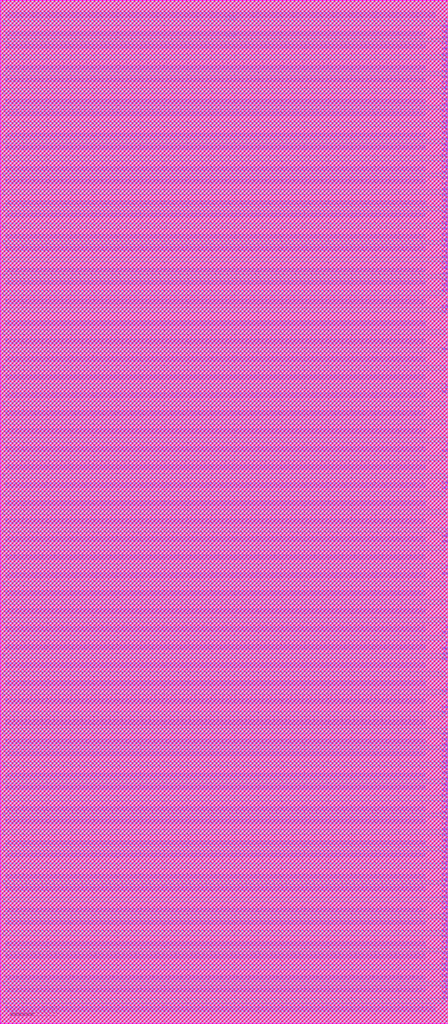
<source format=lef>
# Created by MC2 : Version 2013.12.00.f on 2025/06/18, 13:11:27

 
###############################################################################
#                                                    
#        Technology     : TSMC 16nm CMOS Logic FinFet (FFC) HKMG
#        Memory Type    : TSMC 16nm FFC Two Port Register File with d130 bit cell
#        Library Name   : ts6n16ffcllsvta8x32m1fw (user specify : ts6n16ffcllsvta8x32m1fw)
#        Library Version: 170a
#        Generated Time : 2025/06/18, 13:10:29
###############################################################################
# STATEMENT OF USE                                                             
#                                                                              
#  This information contains confidential and proprietary information of TSMC. 
# No part of this information may be reproduced, transmitted, transcribed,     
# stored in a retrieval system, or translated into any human or computer       
# language, in any form or by any means, electronic, mechanical, magnetic,     
# optical, chemical, manual, or otherwise, without the prior written permission
# of TSMC. This information was prepared for informational purpose and is for  
# use by TSMC's customers only. TSMC reserves the right to make changes in the 
# inforrmation at any time and without notice.                                 
###############################################################################
VERSION 5.7 ;
BUSBITCHARS "[]" ;
DIVIDERCHAR "/" ;
#                                                                              

MACRO TS6N16FFCLLSVTA8X32M1FW
	CLASS BLOCK ;
	FOREIGN TS6N16FFCLLSVTA8X32M1FW 0.0 0.0 ;
	ORIGIN 0.0 0.0 ;
	SIZE 19.117 BY 43.680 ;
	SYMMETRY X Y ;
	PIN AA[0]
		DIRECTION INPUT ;
		USE SIGNAL ;
		PORT
			LAYER M1 ;
			RECT 18.869 20.774 19.117 20.854 ;
			LAYER M2 ;
			RECT 18.869 20.774 19.117 20.854 ;
			LAYER M3 ;
			RECT 18.869 20.774 19.117 20.854 ;
		END
		ANTENNAGATEAREA 0.0042 LAYER M1 ;
		ANTENNADIFFAREA 0.0081 LAYER M1 ;
		ANTENNAPARTIALMETALAREA 0.0972 LAYER M1 ;
		ANTENNAMAXAREACAR 10.2538 LAYER M1 ;
		ANTENNAPARTIALCUTAREA 0.0041 LAYER VIA1 ;
		ANTENNAMAXAREACAR 0.2415 LAYER VIA1 ;
		ANTENNAGATEAREA 0.0042 LAYER M2 ;
		ANTENNADIFFAREA 0.0081 LAYER M2 ;
		ANTENNAPARTIALMETALAREA 0.1117 LAYER M2 ;
		ANTENNAMAXAREACAR 20.3208 LAYER M2 ;
		ANTENNAPARTIALCUTAREA 0.0041 LAYER VIA2 ;
		ANTENNAMAXAREACAR 0.4830 LAYER VIA2 ;
		ANTENNAGATEAREA 0.0042 LAYER M3 ;
		ANTENNADIFFAREA 0.0081 LAYER M3 ;
		ANTENNAPARTIALMETALAREA 0.5480 LAYER M3 ;
		ANTENNAMAXAREACAR 135.4520 LAYER M3 ;
	END AA[0]

	PIN AA[1]
		DIRECTION INPUT ;
		USE SIGNAL ;
		PORT
			LAYER M1 ;
			RECT 18.869 19.178 19.117 19.258 ;
			LAYER M2 ;
			RECT 18.869 19.178 19.117 19.258 ;
			LAYER M3 ;
			RECT 18.869 19.178 19.117 19.258 ;
		END
		ANTENNAGATEAREA 0.0042 LAYER M1 ;
		ANTENNADIFFAREA 0.0081 LAYER M1 ;
		ANTENNAPARTIALMETALAREA 0.0972 LAYER M1 ;
		ANTENNAMAXAREACAR 10.2538 LAYER M1 ;
		ANTENNAPARTIALCUTAREA 0.0041 LAYER VIA1 ;
		ANTENNAMAXAREACAR 0.2415 LAYER VIA1 ;
		ANTENNAGATEAREA 0.0042 LAYER M2 ;
		ANTENNADIFFAREA 0.0081 LAYER M2 ;
		ANTENNAPARTIALMETALAREA 0.1117 LAYER M2 ;
		ANTENNAMAXAREACAR 20.3208 LAYER M2 ;
		ANTENNAPARTIALCUTAREA 0.0041 LAYER VIA2 ;
		ANTENNAMAXAREACAR 0.4830 LAYER VIA2 ;
		ANTENNAGATEAREA 0.0042 LAYER M3 ;
		ANTENNADIFFAREA 0.0081 LAYER M3 ;
		ANTENNAPARTIALMETALAREA 0.5480 LAYER M3 ;
		ANTENNAMAXAREACAR 135.4520 LAYER M3 ;
	END AA[1]

	PIN AA[2]
		DIRECTION INPUT ;
		USE SIGNAL ;
		PORT
			LAYER M1 ;
			RECT 18.869 20.546 19.117 20.626 ;
			LAYER M2 ;
			RECT 18.869 20.546 19.117 20.626 ;
			LAYER M3 ;
			RECT 18.869 20.546 19.117 20.626 ;
		END
		ANTENNAGATEAREA 0.0042 LAYER M1 ;
		ANTENNADIFFAREA 0.0081 LAYER M1 ;
		ANTENNAPARTIALMETALAREA 0.0972 LAYER M1 ;
		ANTENNAMAXAREACAR 10.2538 LAYER M1 ;
		ANTENNAPARTIALCUTAREA 0.0041 LAYER VIA1 ;
		ANTENNAMAXAREACAR 0.2415 LAYER VIA1 ;
		ANTENNAGATEAREA 0.0042 LAYER M2 ;
		ANTENNADIFFAREA 0.0081 LAYER M2 ;
		ANTENNAPARTIALMETALAREA 0.1117 LAYER M2 ;
		ANTENNAMAXAREACAR 20.3208 LAYER M2 ;
		ANTENNAPARTIALCUTAREA 0.0041 LAYER VIA2 ;
		ANTENNAMAXAREACAR 0.4830 LAYER VIA2 ;
		ANTENNAGATEAREA 0.0042 LAYER M3 ;
		ANTENNADIFFAREA 0.0081 LAYER M3 ;
		ANTENNAPARTIALMETALAREA 0.5480 LAYER M3 ;
		ANTENNAMAXAREACAR 135.4520 LAYER M3 ;
	END AA[2]

	PIN AB[0]
		DIRECTION INPUT ;
		USE SIGNAL ;
		PORT
			LAYER M1 ;
			RECT 18.869 22.826 19.117 22.906 ;
			LAYER M2 ;
			RECT 18.869 22.826 19.117 22.906 ;
			LAYER M3 ;
			RECT 18.869 22.826 19.117 22.906 ;
		END
		ANTENNAGATEAREA 0.0042 LAYER M1 ;
		ANTENNADIFFAREA 0.0081 LAYER M1 ;
		ANTENNAPARTIALMETALAREA 0.0970 LAYER M1 ;
		ANTENNAMAXAREACAR 10.2024 LAYER M1 ;
		ANTENNAPARTIALCUTAREA 0.0041 LAYER VIA1 ;
		ANTENNAMAXAREACAR 0.2415 LAYER VIA1 ;
		ANTENNAGATEAREA 0.0042 LAYER M2 ;
		ANTENNADIFFAREA 0.0081 LAYER M2 ;
		ANTENNAPARTIALMETALAREA 0.1117 LAYER M2 ;
		ANTENNAMAXAREACAR 20.3208 LAYER M2 ;
		ANTENNAPARTIALCUTAREA 0.0041 LAYER VIA2 ;
		ANTENNAMAXAREACAR 0.4830 LAYER VIA2 ;
		ANTENNAGATEAREA 0.0042 LAYER M3 ;
		ANTENNADIFFAREA 0.0081 LAYER M3 ;
		ANTENNAPARTIALMETALAREA 0.5480 LAYER M3 ;
		ANTENNAMAXAREACAR 135.4520 LAYER M3 ;
	END AB[0]

	PIN AB[1]
		DIRECTION INPUT ;
		USE SIGNAL ;
		PORT
			LAYER M1 ;
			RECT 18.869 24.422 19.117 24.502 ;
			LAYER M2 ;
			RECT 18.869 24.422 19.117 24.502 ;
			LAYER M3 ;
			RECT 18.869 24.422 19.117 24.502 ;
		END
		ANTENNAGATEAREA 0.0042 LAYER M1 ;
		ANTENNADIFFAREA 0.0081 LAYER M1 ;
		ANTENNAPARTIALMETALAREA 0.0970 LAYER M1 ;
		ANTENNAMAXAREACAR 10.2024 LAYER M1 ;
		ANTENNAPARTIALCUTAREA 0.0041 LAYER VIA1 ;
		ANTENNAMAXAREACAR 0.2415 LAYER VIA1 ;
		ANTENNAGATEAREA 0.0042 LAYER M2 ;
		ANTENNADIFFAREA 0.0081 LAYER M2 ;
		ANTENNAPARTIALMETALAREA 0.1117 LAYER M2 ;
		ANTENNAMAXAREACAR 20.3208 LAYER M2 ;
		ANTENNAPARTIALCUTAREA 0.0041 LAYER VIA2 ;
		ANTENNAMAXAREACAR 0.4830 LAYER VIA2 ;
		ANTENNAGATEAREA 0.0042 LAYER M3 ;
		ANTENNADIFFAREA 0.0081 LAYER M3 ;
		ANTENNAPARTIALMETALAREA 0.5480 LAYER M3 ;
		ANTENNAMAXAREACAR 135.4520 LAYER M3 ;
	END AB[1]

	PIN AB[2]
		DIRECTION INPUT ;
		USE SIGNAL ;
		PORT
			LAYER M1 ;
			RECT 18.869 23.054 19.117 23.134 ;
			LAYER M2 ;
			RECT 18.869 23.054 19.117 23.134 ;
			LAYER M3 ;
			RECT 18.869 23.054 19.117 23.134 ;
		END
		ANTENNAGATEAREA 0.0042 LAYER M1 ;
		ANTENNADIFFAREA 0.0081 LAYER M1 ;
		ANTENNAPARTIALMETALAREA 0.0970 LAYER M1 ;
		ANTENNAMAXAREACAR 10.2024 LAYER M1 ;
		ANTENNAPARTIALCUTAREA 0.0041 LAYER VIA1 ;
		ANTENNAMAXAREACAR 0.2415 LAYER VIA1 ;
		ANTENNAGATEAREA 0.0042 LAYER M2 ;
		ANTENNADIFFAREA 0.0081 LAYER M2 ;
		ANTENNAPARTIALMETALAREA 0.1117 LAYER M2 ;
		ANTENNAMAXAREACAR 20.3208 LAYER M2 ;
		ANTENNAPARTIALCUTAREA 0.0041 LAYER VIA2 ;
		ANTENNAMAXAREACAR 0.4830 LAYER VIA2 ;
		ANTENNAGATEAREA 0.0042 LAYER M3 ;
		ANTENNADIFFAREA 0.0081 LAYER M3 ;
		ANTENNAPARTIALMETALAREA 0.5480 LAYER M3 ;
		ANTENNAMAXAREACAR 135.4520 LAYER M3 ;
	END AB[2]

	PIN BWEB[0]
		DIRECTION INPUT ;
		USE SIGNAL ;
		PORT
			LAYER M1 ;
			RECT 18.869 1.544 19.117 1.624 ;
			LAYER M2 ;
			RECT 18.869 1.544 19.117 1.624 ;
			LAYER M3 ;
			RECT 18.869 1.544 19.117 1.624 ;
		END
		ANTENNAGATEAREA 0.0023 LAYER M1 ;
		ANTENNADIFFAREA 0.0081 LAYER M1 ;
		ANTENNAPARTIALMETALAREA 0.1465 LAYER M1 ;
		ANTENNAMAXAREACAR 7.6238 LAYER M1 ;
		ANTENNAPARTIALCUTAREA 0.0041 LAYER VIA1 ;
		ANTENNAMAXAREACAR 0.4414 LAYER VIA1 ;
		ANTENNAGATEAREA 0.0023 LAYER M2 ;
		ANTENNADIFFAREA 0.0081 LAYER M2 ;
		ANTENNAPARTIALMETALAREA 0.2682 LAYER M2 ;
		ANTENNAMAXAREACAR 48.3629 LAYER M2 ;
		ANTENNAPARTIALCUTAREA 0.0051 LAYER VIA2 ;
		ANTENNAMAXAREACAR 0.8828 LAYER VIA2 ;
		ANTENNAGATEAREA 0.0023 LAYER M3 ;
		ANTENNADIFFAREA 0.0081 LAYER M3 ;
		ANTENNAPARTIALMETALAREA 0.3386 LAYER M3 ;
		ANTENNAMAXAREACAR 161.1170 LAYER M3 ;
	END BWEB[0]

	PIN BWEB[1]
		DIRECTION INPUT ;
		USE SIGNAL ;
		PORT
			LAYER M1 ;
			RECT 18.869 1.784 19.117 1.864 ;
			LAYER M2 ;
			RECT 18.869 1.784 19.117 1.864 ;
			LAYER M3 ;
			RECT 18.869 1.784 19.117 1.864 ;
		END
		ANTENNAGATEAREA 0.0023 LAYER M1 ;
		ANTENNADIFFAREA 0.0081 LAYER M1 ;
		ANTENNAPARTIALMETALAREA 0.1465 LAYER M1 ;
		ANTENNAMAXAREACAR 7.6238 LAYER M1 ;
		ANTENNAPARTIALCUTAREA 0.0041 LAYER VIA1 ;
		ANTENNAMAXAREACAR 0.4414 LAYER VIA1 ;
		ANTENNAGATEAREA 0.0023 LAYER M2 ;
		ANTENNADIFFAREA 0.0081 LAYER M2 ;
		ANTENNAPARTIALMETALAREA 0.2682 LAYER M2 ;
		ANTENNAMAXAREACAR 48.3629 LAYER M2 ;
		ANTENNAPARTIALCUTAREA 0.0051 LAYER VIA2 ;
		ANTENNAMAXAREACAR 0.8828 LAYER VIA2 ;
		ANTENNAGATEAREA 0.0023 LAYER M3 ;
		ANTENNADIFFAREA 0.0081 LAYER M3 ;
		ANTENNAPARTIALMETALAREA 0.3386 LAYER M3 ;
		ANTENNAMAXAREACAR 161.1170 LAYER M3 ;
	END BWEB[1]

	PIN BWEB[2]
		DIRECTION INPUT ;
		USE SIGNAL ;
		PORT
			LAYER M1 ;
			RECT 18.869 2.984 19.117 3.064 ;
			LAYER M2 ;
			RECT 18.869 2.984 19.117 3.064 ;
			LAYER M3 ;
			RECT 18.869 2.984 19.117 3.064 ;
		END
		ANTENNAGATEAREA 0.0023 LAYER M1 ;
		ANTENNADIFFAREA 0.0081 LAYER M1 ;
		ANTENNAPARTIALMETALAREA 0.1465 LAYER M1 ;
		ANTENNAMAXAREACAR 7.6238 LAYER M1 ;
		ANTENNAPARTIALCUTAREA 0.0041 LAYER VIA1 ;
		ANTENNAMAXAREACAR 0.4414 LAYER VIA1 ;
		ANTENNAGATEAREA 0.0023 LAYER M2 ;
		ANTENNADIFFAREA 0.0081 LAYER M2 ;
		ANTENNAPARTIALMETALAREA 0.2682 LAYER M2 ;
		ANTENNAMAXAREACAR 48.3629 LAYER M2 ;
		ANTENNAPARTIALCUTAREA 0.0051 LAYER VIA2 ;
		ANTENNAMAXAREACAR 0.8828 LAYER VIA2 ;
		ANTENNAGATEAREA 0.0023 LAYER M3 ;
		ANTENNADIFFAREA 0.0081 LAYER M3 ;
		ANTENNAPARTIALMETALAREA 0.3386 LAYER M3 ;
		ANTENNAMAXAREACAR 161.1170 LAYER M3 ;
	END BWEB[2]

	PIN BWEB[3]
		DIRECTION INPUT ;
		USE SIGNAL ;
		PORT
			LAYER M1 ;
			RECT 18.869 3.224 19.117 3.304 ;
			LAYER M2 ;
			RECT 18.869 3.224 19.117 3.304 ;
			LAYER M3 ;
			RECT 18.869 3.224 19.117 3.304 ;
		END
		ANTENNAGATEAREA 0.0023 LAYER M1 ;
		ANTENNADIFFAREA 0.0081 LAYER M1 ;
		ANTENNAPARTIALMETALAREA 0.1465 LAYER M1 ;
		ANTENNAMAXAREACAR 7.6238 LAYER M1 ;
		ANTENNAPARTIALCUTAREA 0.0041 LAYER VIA1 ;
		ANTENNAMAXAREACAR 0.4414 LAYER VIA1 ;
		ANTENNAGATEAREA 0.0023 LAYER M2 ;
		ANTENNADIFFAREA 0.0081 LAYER M2 ;
		ANTENNAPARTIALMETALAREA 0.2682 LAYER M2 ;
		ANTENNAMAXAREACAR 48.3629 LAYER M2 ;
		ANTENNAPARTIALCUTAREA 0.0051 LAYER VIA2 ;
		ANTENNAMAXAREACAR 0.8828 LAYER VIA2 ;
		ANTENNAGATEAREA 0.0023 LAYER M3 ;
		ANTENNADIFFAREA 0.0081 LAYER M3 ;
		ANTENNAPARTIALMETALAREA 0.3386 LAYER M3 ;
		ANTENNAMAXAREACAR 161.1170 LAYER M3 ;
	END BWEB[3]

	PIN BWEB[4]
		DIRECTION INPUT ;
		USE SIGNAL ;
		PORT
			LAYER M1 ;
			RECT 18.869 4.424 19.117 4.504 ;
			LAYER M2 ;
			RECT 18.869 4.424 19.117 4.504 ;
			LAYER M3 ;
			RECT 18.869 4.424 19.117 4.504 ;
		END
		ANTENNAGATEAREA 0.0023 LAYER M1 ;
		ANTENNADIFFAREA 0.0081 LAYER M1 ;
		ANTENNAPARTIALMETALAREA 0.1465 LAYER M1 ;
		ANTENNAMAXAREACAR 7.6238 LAYER M1 ;
		ANTENNAPARTIALCUTAREA 0.0041 LAYER VIA1 ;
		ANTENNAMAXAREACAR 0.4414 LAYER VIA1 ;
		ANTENNAGATEAREA 0.0023 LAYER M2 ;
		ANTENNADIFFAREA 0.0081 LAYER M2 ;
		ANTENNAPARTIALMETALAREA 0.2682 LAYER M2 ;
		ANTENNAMAXAREACAR 48.3629 LAYER M2 ;
		ANTENNAPARTIALCUTAREA 0.0051 LAYER VIA2 ;
		ANTENNAMAXAREACAR 0.8828 LAYER VIA2 ;
		ANTENNAGATEAREA 0.0023 LAYER M3 ;
		ANTENNADIFFAREA 0.0081 LAYER M3 ;
		ANTENNAPARTIALMETALAREA 0.3386 LAYER M3 ;
		ANTENNAMAXAREACAR 161.1170 LAYER M3 ;
	END BWEB[4]

	PIN BWEB[5]
		DIRECTION INPUT ;
		USE SIGNAL ;
		PORT
			LAYER M1 ;
			RECT 18.869 4.664 19.117 4.744 ;
			LAYER M2 ;
			RECT 18.869 4.664 19.117 4.744 ;
			LAYER M3 ;
			RECT 18.869 4.664 19.117 4.744 ;
		END
		ANTENNAGATEAREA 0.0023 LAYER M1 ;
		ANTENNADIFFAREA 0.0081 LAYER M1 ;
		ANTENNAPARTIALMETALAREA 0.1465 LAYER M1 ;
		ANTENNAMAXAREACAR 7.6238 LAYER M1 ;
		ANTENNAPARTIALCUTAREA 0.0041 LAYER VIA1 ;
		ANTENNAMAXAREACAR 0.4414 LAYER VIA1 ;
		ANTENNAGATEAREA 0.0023 LAYER M2 ;
		ANTENNADIFFAREA 0.0081 LAYER M2 ;
		ANTENNAPARTIALMETALAREA 0.2682 LAYER M2 ;
		ANTENNAMAXAREACAR 48.3629 LAYER M2 ;
		ANTENNAPARTIALCUTAREA 0.0051 LAYER VIA2 ;
		ANTENNAMAXAREACAR 0.8828 LAYER VIA2 ;
		ANTENNAGATEAREA 0.0023 LAYER M3 ;
		ANTENNADIFFAREA 0.0081 LAYER M3 ;
		ANTENNAPARTIALMETALAREA 0.3386 LAYER M3 ;
		ANTENNAMAXAREACAR 161.1170 LAYER M3 ;
	END BWEB[5]

	PIN BWEB[6]
		DIRECTION INPUT ;
		USE SIGNAL ;
		PORT
			LAYER M1 ;
			RECT 18.869 5.864 19.117 5.944 ;
			LAYER M2 ;
			RECT 18.869 5.864 19.117 5.944 ;
			LAYER M3 ;
			RECT 18.869 5.864 19.117 5.944 ;
		END
		ANTENNAGATEAREA 0.0023 LAYER M1 ;
		ANTENNADIFFAREA 0.0081 LAYER M1 ;
		ANTENNAPARTIALMETALAREA 0.1465 LAYER M1 ;
		ANTENNAMAXAREACAR 7.6238 LAYER M1 ;
		ANTENNAPARTIALCUTAREA 0.0041 LAYER VIA1 ;
		ANTENNAMAXAREACAR 0.4414 LAYER VIA1 ;
		ANTENNAGATEAREA 0.0023 LAYER M2 ;
		ANTENNADIFFAREA 0.0081 LAYER M2 ;
		ANTENNAPARTIALMETALAREA 0.2682 LAYER M2 ;
		ANTENNAMAXAREACAR 48.3629 LAYER M2 ;
		ANTENNAPARTIALCUTAREA 0.0051 LAYER VIA2 ;
		ANTENNAMAXAREACAR 0.8828 LAYER VIA2 ;
		ANTENNAGATEAREA 0.0023 LAYER M3 ;
		ANTENNADIFFAREA 0.0081 LAYER M3 ;
		ANTENNAPARTIALMETALAREA 0.3386 LAYER M3 ;
		ANTENNAMAXAREACAR 161.1170 LAYER M3 ;
	END BWEB[6]

	PIN BWEB[7]
		DIRECTION INPUT ;
		USE SIGNAL ;
		PORT
			LAYER M1 ;
			RECT 18.869 6.104 19.117 6.184 ;
			LAYER M2 ;
			RECT 18.869 6.104 19.117 6.184 ;
			LAYER M3 ;
			RECT 18.869 6.104 19.117 6.184 ;
		END
		ANTENNAGATEAREA 0.0023 LAYER M1 ;
		ANTENNADIFFAREA 0.0081 LAYER M1 ;
		ANTENNAPARTIALMETALAREA 0.1465 LAYER M1 ;
		ANTENNAMAXAREACAR 7.6238 LAYER M1 ;
		ANTENNAPARTIALCUTAREA 0.0041 LAYER VIA1 ;
		ANTENNAMAXAREACAR 0.4414 LAYER VIA1 ;
		ANTENNAGATEAREA 0.0023 LAYER M2 ;
		ANTENNADIFFAREA 0.0081 LAYER M2 ;
		ANTENNAPARTIALMETALAREA 0.2682 LAYER M2 ;
		ANTENNAMAXAREACAR 48.3629 LAYER M2 ;
		ANTENNAPARTIALCUTAREA 0.0051 LAYER VIA2 ;
		ANTENNAMAXAREACAR 0.8828 LAYER VIA2 ;
		ANTENNAGATEAREA 0.0023 LAYER M3 ;
		ANTENNADIFFAREA 0.0081 LAYER M3 ;
		ANTENNAPARTIALMETALAREA 0.3386 LAYER M3 ;
		ANTENNAMAXAREACAR 161.1170 LAYER M3 ;
	END BWEB[7]

	PIN BWEB[8]
		DIRECTION INPUT ;
		USE SIGNAL ;
		PORT
			LAYER M1 ;
			RECT 18.869 7.304 19.117 7.384 ;
			LAYER M2 ;
			RECT 18.869 7.304 19.117 7.384 ;
			LAYER M3 ;
			RECT 18.869 7.304 19.117 7.384 ;
		END
		ANTENNAGATEAREA 0.0023 LAYER M1 ;
		ANTENNADIFFAREA 0.0081 LAYER M1 ;
		ANTENNAPARTIALMETALAREA 0.1465 LAYER M1 ;
		ANTENNAMAXAREACAR 7.6238 LAYER M1 ;
		ANTENNAPARTIALCUTAREA 0.0041 LAYER VIA1 ;
		ANTENNAMAXAREACAR 0.4414 LAYER VIA1 ;
		ANTENNAGATEAREA 0.0023 LAYER M2 ;
		ANTENNADIFFAREA 0.0081 LAYER M2 ;
		ANTENNAPARTIALMETALAREA 0.2682 LAYER M2 ;
		ANTENNAMAXAREACAR 48.3629 LAYER M2 ;
		ANTENNAPARTIALCUTAREA 0.0051 LAYER VIA2 ;
		ANTENNAMAXAREACAR 0.8828 LAYER VIA2 ;
		ANTENNAGATEAREA 0.0023 LAYER M3 ;
		ANTENNADIFFAREA 0.0081 LAYER M3 ;
		ANTENNAPARTIALMETALAREA 0.3386 LAYER M3 ;
		ANTENNAMAXAREACAR 161.1170 LAYER M3 ;
	END BWEB[8]

	PIN BWEB[9]
		DIRECTION INPUT ;
		USE SIGNAL ;
		PORT
			LAYER M1 ;
			RECT 18.869 7.544 19.117 7.624 ;
			LAYER M2 ;
			RECT 18.869 7.544 19.117 7.624 ;
			LAYER M3 ;
			RECT 18.869 7.544 19.117 7.624 ;
		END
		ANTENNAGATEAREA 0.0023 LAYER M1 ;
		ANTENNADIFFAREA 0.0081 LAYER M1 ;
		ANTENNAPARTIALMETALAREA 0.1465 LAYER M1 ;
		ANTENNAMAXAREACAR 7.6238 LAYER M1 ;
		ANTENNAPARTIALCUTAREA 0.0041 LAYER VIA1 ;
		ANTENNAMAXAREACAR 0.4414 LAYER VIA1 ;
		ANTENNAGATEAREA 0.0023 LAYER M2 ;
		ANTENNADIFFAREA 0.0081 LAYER M2 ;
		ANTENNAPARTIALMETALAREA 0.2682 LAYER M2 ;
		ANTENNAMAXAREACAR 48.3629 LAYER M2 ;
		ANTENNAPARTIALCUTAREA 0.0051 LAYER VIA2 ;
		ANTENNAMAXAREACAR 0.8828 LAYER VIA2 ;
		ANTENNAGATEAREA 0.0023 LAYER M3 ;
		ANTENNADIFFAREA 0.0081 LAYER M3 ;
		ANTENNAPARTIALMETALAREA 0.3386 LAYER M3 ;
		ANTENNAMAXAREACAR 161.1170 LAYER M3 ;
	END BWEB[9]

	PIN BWEB[10]
		DIRECTION INPUT ;
		USE SIGNAL ;
		PORT
			LAYER M1 ;
			RECT 18.869 8.744 19.117 8.824 ;
			LAYER M2 ;
			RECT 18.869 8.744 19.117 8.824 ;
			LAYER M3 ;
			RECT 18.869 8.744 19.117 8.824 ;
		END
		ANTENNAGATEAREA 0.0023 LAYER M1 ;
		ANTENNADIFFAREA 0.0081 LAYER M1 ;
		ANTENNAPARTIALMETALAREA 0.1465 LAYER M1 ;
		ANTENNAMAXAREACAR 7.6238 LAYER M1 ;
		ANTENNAPARTIALCUTAREA 0.0041 LAYER VIA1 ;
		ANTENNAMAXAREACAR 0.4414 LAYER VIA1 ;
		ANTENNAGATEAREA 0.0023 LAYER M2 ;
		ANTENNADIFFAREA 0.0081 LAYER M2 ;
		ANTENNAPARTIALMETALAREA 0.2682 LAYER M2 ;
		ANTENNAMAXAREACAR 48.3629 LAYER M2 ;
		ANTENNAPARTIALCUTAREA 0.0051 LAYER VIA2 ;
		ANTENNAMAXAREACAR 0.8828 LAYER VIA2 ;
		ANTENNAGATEAREA 0.0023 LAYER M3 ;
		ANTENNADIFFAREA 0.0081 LAYER M3 ;
		ANTENNAPARTIALMETALAREA 0.3386 LAYER M3 ;
		ANTENNAMAXAREACAR 161.1170 LAYER M3 ;
	END BWEB[10]

	PIN BWEB[11]
		DIRECTION INPUT ;
		USE SIGNAL ;
		PORT
			LAYER M1 ;
			RECT 18.869 8.984 19.117 9.064 ;
			LAYER M2 ;
			RECT 18.869 8.984 19.117 9.064 ;
			LAYER M3 ;
			RECT 18.869 8.984 19.117 9.064 ;
		END
		ANTENNAGATEAREA 0.0023 LAYER M1 ;
		ANTENNADIFFAREA 0.0081 LAYER M1 ;
		ANTENNAPARTIALMETALAREA 0.1465 LAYER M1 ;
		ANTENNAMAXAREACAR 7.6238 LAYER M1 ;
		ANTENNAPARTIALCUTAREA 0.0041 LAYER VIA1 ;
		ANTENNAMAXAREACAR 0.4414 LAYER VIA1 ;
		ANTENNAGATEAREA 0.0023 LAYER M2 ;
		ANTENNADIFFAREA 0.0081 LAYER M2 ;
		ANTENNAPARTIALMETALAREA 0.2682 LAYER M2 ;
		ANTENNAMAXAREACAR 48.3629 LAYER M2 ;
		ANTENNAPARTIALCUTAREA 0.0051 LAYER VIA2 ;
		ANTENNAMAXAREACAR 0.8828 LAYER VIA2 ;
		ANTENNAGATEAREA 0.0023 LAYER M3 ;
		ANTENNADIFFAREA 0.0081 LAYER M3 ;
		ANTENNAPARTIALMETALAREA 0.3386 LAYER M3 ;
		ANTENNAMAXAREACAR 161.1170 LAYER M3 ;
	END BWEB[11]

	PIN BWEB[12]
		DIRECTION INPUT ;
		USE SIGNAL ;
		PORT
			LAYER M1 ;
			RECT 18.869 10.184 19.117 10.264 ;
			LAYER M2 ;
			RECT 18.869 10.184 19.117 10.264 ;
			LAYER M3 ;
			RECT 18.869 10.184 19.117 10.264 ;
		END
		ANTENNAGATEAREA 0.0023 LAYER M1 ;
		ANTENNADIFFAREA 0.0081 LAYER M1 ;
		ANTENNAPARTIALMETALAREA 0.1465 LAYER M1 ;
		ANTENNAMAXAREACAR 7.6238 LAYER M1 ;
		ANTENNAPARTIALCUTAREA 0.0041 LAYER VIA1 ;
		ANTENNAMAXAREACAR 0.4414 LAYER VIA1 ;
		ANTENNAGATEAREA 0.0023 LAYER M2 ;
		ANTENNADIFFAREA 0.0081 LAYER M2 ;
		ANTENNAPARTIALMETALAREA 0.2682 LAYER M2 ;
		ANTENNAMAXAREACAR 48.3629 LAYER M2 ;
		ANTENNAPARTIALCUTAREA 0.0051 LAYER VIA2 ;
		ANTENNAMAXAREACAR 0.8828 LAYER VIA2 ;
		ANTENNAGATEAREA 0.0023 LAYER M3 ;
		ANTENNADIFFAREA 0.0081 LAYER M3 ;
		ANTENNAPARTIALMETALAREA 0.3386 LAYER M3 ;
		ANTENNAMAXAREACAR 161.1170 LAYER M3 ;
	END BWEB[12]

	PIN BWEB[13]
		DIRECTION INPUT ;
		USE SIGNAL ;
		PORT
			LAYER M1 ;
			RECT 18.869 10.424 19.117 10.504 ;
			LAYER M2 ;
			RECT 18.869 10.424 19.117 10.504 ;
			LAYER M3 ;
			RECT 18.869 10.424 19.117 10.504 ;
		END
		ANTENNAGATEAREA 0.0023 LAYER M1 ;
		ANTENNADIFFAREA 0.0081 LAYER M1 ;
		ANTENNAPARTIALMETALAREA 0.1465 LAYER M1 ;
		ANTENNAMAXAREACAR 7.6238 LAYER M1 ;
		ANTENNAPARTIALCUTAREA 0.0041 LAYER VIA1 ;
		ANTENNAMAXAREACAR 0.4414 LAYER VIA1 ;
		ANTENNAGATEAREA 0.0023 LAYER M2 ;
		ANTENNADIFFAREA 0.0081 LAYER M2 ;
		ANTENNAPARTIALMETALAREA 0.2682 LAYER M2 ;
		ANTENNAMAXAREACAR 48.3629 LAYER M2 ;
		ANTENNAPARTIALCUTAREA 0.0051 LAYER VIA2 ;
		ANTENNAMAXAREACAR 0.8828 LAYER VIA2 ;
		ANTENNAGATEAREA 0.0023 LAYER M3 ;
		ANTENNADIFFAREA 0.0081 LAYER M3 ;
		ANTENNAPARTIALMETALAREA 0.3386 LAYER M3 ;
		ANTENNAMAXAREACAR 161.1170 LAYER M3 ;
	END BWEB[13]

	PIN BWEB[14]
		DIRECTION INPUT ;
		USE SIGNAL ;
		PORT
			LAYER M1 ;
			RECT 18.869 11.624 19.117 11.704 ;
			LAYER M2 ;
			RECT 18.869 11.624 19.117 11.704 ;
			LAYER M3 ;
			RECT 18.869 11.624 19.117 11.704 ;
		END
		ANTENNAGATEAREA 0.0023 LAYER M1 ;
		ANTENNADIFFAREA 0.0081 LAYER M1 ;
		ANTENNAPARTIALMETALAREA 0.1465 LAYER M1 ;
		ANTENNAMAXAREACAR 7.6238 LAYER M1 ;
		ANTENNAPARTIALCUTAREA 0.0041 LAYER VIA1 ;
		ANTENNAMAXAREACAR 0.4414 LAYER VIA1 ;
		ANTENNAGATEAREA 0.0023 LAYER M2 ;
		ANTENNADIFFAREA 0.0081 LAYER M2 ;
		ANTENNAPARTIALMETALAREA 0.2682 LAYER M2 ;
		ANTENNAMAXAREACAR 48.3629 LAYER M2 ;
		ANTENNAPARTIALCUTAREA 0.0051 LAYER VIA2 ;
		ANTENNAMAXAREACAR 0.8828 LAYER VIA2 ;
		ANTENNAGATEAREA 0.0023 LAYER M3 ;
		ANTENNADIFFAREA 0.0081 LAYER M3 ;
		ANTENNAPARTIALMETALAREA 0.3386 LAYER M3 ;
		ANTENNAMAXAREACAR 161.1170 LAYER M3 ;
	END BWEB[14]

	PIN BWEB[15]
		DIRECTION INPUT ;
		USE SIGNAL ;
		PORT
			LAYER M1 ;
			RECT 18.869 11.864 19.117 11.944 ;
			LAYER M2 ;
			RECT 18.869 11.864 19.117 11.944 ;
			LAYER M3 ;
			RECT 18.869 11.864 19.117 11.944 ;
		END
		ANTENNAGATEAREA 0.0023 LAYER M1 ;
		ANTENNADIFFAREA 0.0081 LAYER M1 ;
		ANTENNAPARTIALMETALAREA 0.1465 LAYER M1 ;
		ANTENNAMAXAREACAR 7.6238 LAYER M1 ;
		ANTENNAPARTIALCUTAREA 0.0041 LAYER VIA1 ;
		ANTENNAMAXAREACAR 0.4414 LAYER VIA1 ;
		ANTENNAGATEAREA 0.0023 LAYER M2 ;
		ANTENNADIFFAREA 0.0081 LAYER M2 ;
		ANTENNAPARTIALMETALAREA 0.2682 LAYER M2 ;
		ANTENNAMAXAREACAR 48.3629 LAYER M2 ;
		ANTENNAPARTIALCUTAREA 0.0051 LAYER VIA2 ;
		ANTENNAMAXAREACAR 0.8828 LAYER VIA2 ;
		ANTENNAGATEAREA 0.0023 LAYER M3 ;
		ANTENNADIFFAREA 0.0081 LAYER M3 ;
		ANTENNAPARTIALMETALAREA 0.3386 LAYER M3 ;
		ANTENNAMAXAREACAR 161.1170 LAYER M3 ;
	END BWEB[15]

	PIN BWEB[16]
		DIRECTION INPUT ;
		USE SIGNAL ;
		PORT
			LAYER M1 ;
			RECT 18.869 31.736 19.117 31.816 ;
			LAYER M2 ;
			RECT 18.869 31.736 19.117 31.816 ;
			LAYER M3 ;
			RECT 18.869 31.736 19.117 31.816 ;
		END
		ANTENNAGATEAREA 0.0023 LAYER M1 ;
		ANTENNADIFFAREA 0.0081 LAYER M1 ;
		ANTENNAPARTIALMETALAREA 0.1465 LAYER M1 ;
		ANTENNAMAXAREACAR 7.6238 LAYER M1 ;
		ANTENNAPARTIALCUTAREA 0.0041 LAYER VIA1 ;
		ANTENNAMAXAREACAR 0.4414 LAYER VIA1 ;
		ANTENNAGATEAREA 0.0023 LAYER M2 ;
		ANTENNADIFFAREA 0.0081 LAYER M2 ;
		ANTENNAPARTIALMETALAREA 0.2682 LAYER M2 ;
		ANTENNAMAXAREACAR 48.3629 LAYER M2 ;
		ANTENNAPARTIALCUTAREA 0.0051 LAYER VIA2 ;
		ANTENNAMAXAREACAR 0.8828 LAYER VIA2 ;
		ANTENNAGATEAREA 0.0023 LAYER M3 ;
		ANTENNADIFFAREA 0.0081 LAYER M3 ;
		ANTENNAPARTIALMETALAREA 0.3386 LAYER M3 ;
		ANTENNAMAXAREACAR 161.1170 LAYER M3 ;
	END BWEB[16]

	PIN BWEB[17]
		DIRECTION INPUT ;
		USE SIGNAL ;
		PORT
			LAYER M1 ;
			RECT 18.869 31.976 19.117 32.056 ;
			LAYER M2 ;
			RECT 18.869 31.976 19.117 32.056 ;
			LAYER M3 ;
			RECT 18.869 31.976 19.117 32.056 ;
		END
		ANTENNAGATEAREA 0.0023 LAYER M1 ;
		ANTENNADIFFAREA 0.0081 LAYER M1 ;
		ANTENNAPARTIALMETALAREA 0.1465 LAYER M1 ;
		ANTENNAMAXAREACAR 7.6238 LAYER M1 ;
		ANTENNAPARTIALCUTAREA 0.0041 LAYER VIA1 ;
		ANTENNAMAXAREACAR 0.4414 LAYER VIA1 ;
		ANTENNAGATEAREA 0.0023 LAYER M2 ;
		ANTENNADIFFAREA 0.0081 LAYER M2 ;
		ANTENNAPARTIALMETALAREA 0.2682 LAYER M2 ;
		ANTENNAMAXAREACAR 48.3629 LAYER M2 ;
		ANTENNAPARTIALCUTAREA 0.0051 LAYER VIA2 ;
		ANTENNAMAXAREACAR 0.8828 LAYER VIA2 ;
		ANTENNAGATEAREA 0.0023 LAYER M3 ;
		ANTENNADIFFAREA 0.0081 LAYER M3 ;
		ANTENNAPARTIALMETALAREA 0.3386 LAYER M3 ;
		ANTENNAMAXAREACAR 161.1170 LAYER M3 ;
	END BWEB[17]

	PIN BWEB[18]
		DIRECTION INPUT ;
		USE SIGNAL ;
		PORT
			LAYER M1 ;
			RECT 18.869 33.176 19.117 33.256 ;
			LAYER M2 ;
			RECT 18.869 33.176 19.117 33.256 ;
			LAYER M3 ;
			RECT 18.869 33.176 19.117 33.256 ;
		END
		ANTENNAGATEAREA 0.0023 LAYER M1 ;
		ANTENNADIFFAREA 0.0081 LAYER M1 ;
		ANTENNAPARTIALMETALAREA 0.1465 LAYER M1 ;
		ANTENNAMAXAREACAR 7.6238 LAYER M1 ;
		ANTENNAPARTIALCUTAREA 0.0041 LAYER VIA1 ;
		ANTENNAMAXAREACAR 0.4414 LAYER VIA1 ;
		ANTENNAGATEAREA 0.0023 LAYER M2 ;
		ANTENNADIFFAREA 0.0081 LAYER M2 ;
		ANTENNAPARTIALMETALAREA 0.2682 LAYER M2 ;
		ANTENNAMAXAREACAR 48.3629 LAYER M2 ;
		ANTENNAPARTIALCUTAREA 0.0051 LAYER VIA2 ;
		ANTENNAMAXAREACAR 0.8828 LAYER VIA2 ;
		ANTENNAGATEAREA 0.0023 LAYER M3 ;
		ANTENNADIFFAREA 0.0081 LAYER M3 ;
		ANTENNAPARTIALMETALAREA 0.3386 LAYER M3 ;
		ANTENNAMAXAREACAR 161.1170 LAYER M3 ;
	END BWEB[18]

	PIN BWEB[19]
		DIRECTION INPUT ;
		USE SIGNAL ;
		PORT
			LAYER M1 ;
			RECT 18.869 33.416 19.117 33.496 ;
			LAYER M2 ;
			RECT 18.869 33.416 19.117 33.496 ;
			LAYER M3 ;
			RECT 18.869 33.416 19.117 33.496 ;
		END
		ANTENNAGATEAREA 0.0023 LAYER M1 ;
		ANTENNADIFFAREA 0.0081 LAYER M1 ;
		ANTENNAPARTIALMETALAREA 0.1465 LAYER M1 ;
		ANTENNAMAXAREACAR 7.6238 LAYER M1 ;
		ANTENNAPARTIALCUTAREA 0.0041 LAYER VIA1 ;
		ANTENNAMAXAREACAR 0.4414 LAYER VIA1 ;
		ANTENNAGATEAREA 0.0023 LAYER M2 ;
		ANTENNADIFFAREA 0.0081 LAYER M2 ;
		ANTENNAPARTIALMETALAREA 0.2682 LAYER M2 ;
		ANTENNAMAXAREACAR 48.3629 LAYER M2 ;
		ANTENNAPARTIALCUTAREA 0.0051 LAYER VIA2 ;
		ANTENNAMAXAREACAR 0.8828 LAYER VIA2 ;
		ANTENNAGATEAREA 0.0023 LAYER M3 ;
		ANTENNADIFFAREA 0.0081 LAYER M3 ;
		ANTENNAPARTIALMETALAREA 0.3386 LAYER M3 ;
		ANTENNAMAXAREACAR 161.1170 LAYER M3 ;
	END BWEB[19]

	PIN BWEB[20]
		DIRECTION INPUT ;
		USE SIGNAL ;
		PORT
			LAYER M1 ;
			RECT 18.869 34.616 19.117 34.696 ;
			LAYER M2 ;
			RECT 18.869 34.616 19.117 34.696 ;
			LAYER M3 ;
			RECT 18.869 34.616 19.117 34.696 ;
		END
		ANTENNAGATEAREA 0.0023 LAYER M1 ;
		ANTENNADIFFAREA 0.0081 LAYER M1 ;
		ANTENNAPARTIALMETALAREA 0.1465 LAYER M1 ;
		ANTENNAMAXAREACAR 7.6238 LAYER M1 ;
		ANTENNAPARTIALCUTAREA 0.0041 LAYER VIA1 ;
		ANTENNAMAXAREACAR 0.4414 LAYER VIA1 ;
		ANTENNAGATEAREA 0.0023 LAYER M2 ;
		ANTENNADIFFAREA 0.0081 LAYER M2 ;
		ANTENNAPARTIALMETALAREA 0.2682 LAYER M2 ;
		ANTENNAMAXAREACAR 48.3629 LAYER M2 ;
		ANTENNAPARTIALCUTAREA 0.0051 LAYER VIA2 ;
		ANTENNAMAXAREACAR 0.8828 LAYER VIA2 ;
		ANTENNAGATEAREA 0.0023 LAYER M3 ;
		ANTENNADIFFAREA 0.0081 LAYER M3 ;
		ANTENNAPARTIALMETALAREA 0.3386 LAYER M3 ;
		ANTENNAMAXAREACAR 161.1170 LAYER M3 ;
	END BWEB[20]

	PIN BWEB[21]
		DIRECTION INPUT ;
		USE SIGNAL ;
		PORT
			LAYER M1 ;
			RECT 18.869 34.856 19.117 34.936 ;
			LAYER M2 ;
			RECT 18.869 34.856 19.117 34.936 ;
			LAYER M3 ;
			RECT 18.869 34.856 19.117 34.936 ;
		END
		ANTENNAGATEAREA 0.0023 LAYER M1 ;
		ANTENNADIFFAREA 0.0081 LAYER M1 ;
		ANTENNAPARTIALMETALAREA 0.1465 LAYER M1 ;
		ANTENNAMAXAREACAR 7.6238 LAYER M1 ;
		ANTENNAPARTIALCUTAREA 0.0041 LAYER VIA1 ;
		ANTENNAMAXAREACAR 0.4414 LAYER VIA1 ;
		ANTENNAGATEAREA 0.0023 LAYER M2 ;
		ANTENNADIFFAREA 0.0081 LAYER M2 ;
		ANTENNAPARTIALMETALAREA 0.2682 LAYER M2 ;
		ANTENNAMAXAREACAR 48.3629 LAYER M2 ;
		ANTENNAPARTIALCUTAREA 0.0051 LAYER VIA2 ;
		ANTENNAMAXAREACAR 0.8828 LAYER VIA2 ;
		ANTENNAGATEAREA 0.0023 LAYER M3 ;
		ANTENNADIFFAREA 0.0081 LAYER M3 ;
		ANTENNAPARTIALMETALAREA 0.3386 LAYER M3 ;
		ANTENNAMAXAREACAR 161.1170 LAYER M3 ;
	END BWEB[21]

	PIN BWEB[22]
		DIRECTION INPUT ;
		USE SIGNAL ;
		PORT
			LAYER M1 ;
			RECT 18.869 36.056 19.117 36.136 ;
			LAYER M2 ;
			RECT 18.869 36.056 19.117 36.136 ;
			LAYER M3 ;
			RECT 18.869 36.056 19.117 36.136 ;
		END
		ANTENNAGATEAREA 0.0023 LAYER M1 ;
		ANTENNADIFFAREA 0.0081 LAYER M1 ;
		ANTENNAPARTIALMETALAREA 0.1465 LAYER M1 ;
		ANTENNAMAXAREACAR 7.6238 LAYER M1 ;
		ANTENNAPARTIALCUTAREA 0.0041 LAYER VIA1 ;
		ANTENNAMAXAREACAR 0.4414 LAYER VIA1 ;
		ANTENNAGATEAREA 0.0023 LAYER M2 ;
		ANTENNADIFFAREA 0.0081 LAYER M2 ;
		ANTENNAPARTIALMETALAREA 0.2682 LAYER M2 ;
		ANTENNAMAXAREACAR 48.3629 LAYER M2 ;
		ANTENNAPARTIALCUTAREA 0.0051 LAYER VIA2 ;
		ANTENNAMAXAREACAR 0.8828 LAYER VIA2 ;
		ANTENNAGATEAREA 0.0023 LAYER M3 ;
		ANTENNADIFFAREA 0.0081 LAYER M3 ;
		ANTENNAPARTIALMETALAREA 0.3386 LAYER M3 ;
		ANTENNAMAXAREACAR 161.1170 LAYER M3 ;
	END BWEB[22]

	PIN BWEB[23]
		DIRECTION INPUT ;
		USE SIGNAL ;
		PORT
			LAYER M1 ;
			RECT 18.869 36.296 19.117 36.376 ;
			LAYER M2 ;
			RECT 18.869 36.296 19.117 36.376 ;
			LAYER M3 ;
			RECT 18.869 36.296 19.117 36.376 ;
		END
		ANTENNAGATEAREA 0.0023 LAYER M1 ;
		ANTENNADIFFAREA 0.0081 LAYER M1 ;
		ANTENNAPARTIALMETALAREA 0.1465 LAYER M1 ;
		ANTENNAMAXAREACAR 7.6238 LAYER M1 ;
		ANTENNAPARTIALCUTAREA 0.0041 LAYER VIA1 ;
		ANTENNAMAXAREACAR 0.4414 LAYER VIA1 ;
		ANTENNAGATEAREA 0.0023 LAYER M2 ;
		ANTENNADIFFAREA 0.0081 LAYER M2 ;
		ANTENNAPARTIALMETALAREA 0.2682 LAYER M2 ;
		ANTENNAMAXAREACAR 48.3629 LAYER M2 ;
		ANTENNAPARTIALCUTAREA 0.0051 LAYER VIA2 ;
		ANTENNAMAXAREACAR 0.8828 LAYER VIA2 ;
		ANTENNAGATEAREA 0.0023 LAYER M3 ;
		ANTENNADIFFAREA 0.0081 LAYER M3 ;
		ANTENNAPARTIALMETALAREA 0.3386 LAYER M3 ;
		ANTENNAMAXAREACAR 161.1170 LAYER M3 ;
	END BWEB[23]

	PIN BWEB[24]
		DIRECTION INPUT ;
		USE SIGNAL ;
		PORT
			LAYER M1 ;
			RECT 18.869 37.496 19.117 37.576 ;
			LAYER M2 ;
			RECT 18.869 37.496 19.117 37.576 ;
			LAYER M3 ;
			RECT 18.869 37.496 19.117 37.576 ;
		END
		ANTENNAGATEAREA 0.0023 LAYER M1 ;
		ANTENNADIFFAREA 0.0081 LAYER M1 ;
		ANTENNAPARTIALMETALAREA 0.1465 LAYER M1 ;
		ANTENNAMAXAREACAR 7.6238 LAYER M1 ;
		ANTENNAPARTIALCUTAREA 0.0041 LAYER VIA1 ;
		ANTENNAMAXAREACAR 0.4414 LAYER VIA1 ;
		ANTENNAGATEAREA 0.0023 LAYER M2 ;
		ANTENNADIFFAREA 0.0081 LAYER M2 ;
		ANTENNAPARTIALMETALAREA 0.2682 LAYER M2 ;
		ANTENNAMAXAREACAR 48.3629 LAYER M2 ;
		ANTENNAPARTIALCUTAREA 0.0051 LAYER VIA2 ;
		ANTENNAMAXAREACAR 0.8828 LAYER VIA2 ;
		ANTENNAGATEAREA 0.0023 LAYER M3 ;
		ANTENNADIFFAREA 0.0081 LAYER M3 ;
		ANTENNAPARTIALMETALAREA 0.3386 LAYER M3 ;
		ANTENNAMAXAREACAR 161.1170 LAYER M3 ;
	END BWEB[24]

	PIN BWEB[25]
		DIRECTION INPUT ;
		USE SIGNAL ;
		PORT
			LAYER M1 ;
			RECT 18.869 37.736 19.117 37.816 ;
			LAYER M2 ;
			RECT 18.869 37.736 19.117 37.816 ;
			LAYER M3 ;
			RECT 18.869 37.736 19.117 37.816 ;
		END
		ANTENNAGATEAREA 0.0023 LAYER M1 ;
		ANTENNADIFFAREA 0.0081 LAYER M1 ;
		ANTENNAPARTIALMETALAREA 0.1465 LAYER M1 ;
		ANTENNAMAXAREACAR 7.6238 LAYER M1 ;
		ANTENNAPARTIALCUTAREA 0.0041 LAYER VIA1 ;
		ANTENNAMAXAREACAR 0.4414 LAYER VIA1 ;
		ANTENNAGATEAREA 0.0023 LAYER M2 ;
		ANTENNADIFFAREA 0.0081 LAYER M2 ;
		ANTENNAPARTIALMETALAREA 0.2682 LAYER M2 ;
		ANTENNAMAXAREACAR 48.3629 LAYER M2 ;
		ANTENNAPARTIALCUTAREA 0.0051 LAYER VIA2 ;
		ANTENNAMAXAREACAR 0.8828 LAYER VIA2 ;
		ANTENNAGATEAREA 0.0023 LAYER M3 ;
		ANTENNADIFFAREA 0.0081 LAYER M3 ;
		ANTENNAPARTIALMETALAREA 0.3386 LAYER M3 ;
		ANTENNAMAXAREACAR 161.1170 LAYER M3 ;
	END BWEB[25]

	PIN BWEB[26]
		DIRECTION INPUT ;
		USE SIGNAL ;
		PORT
			LAYER M1 ;
			RECT 18.869 38.936 19.117 39.016 ;
			LAYER M2 ;
			RECT 18.869 38.936 19.117 39.016 ;
			LAYER M3 ;
			RECT 18.869 38.936 19.117 39.016 ;
		END
		ANTENNAGATEAREA 0.0023 LAYER M1 ;
		ANTENNADIFFAREA 0.0081 LAYER M1 ;
		ANTENNAPARTIALMETALAREA 0.1465 LAYER M1 ;
		ANTENNAMAXAREACAR 7.6238 LAYER M1 ;
		ANTENNAPARTIALCUTAREA 0.0041 LAYER VIA1 ;
		ANTENNAMAXAREACAR 0.4414 LAYER VIA1 ;
		ANTENNAGATEAREA 0.0023 LAYER M2 ;
		ANTENNADIFFAREA 0.0081 LAYER M2 ;
		ANTENNAPARTIALMETALAREA 0.2682 LAYER M2 ;
		ANTENNAMAXAREACAR 48.3629 LAYER M2 ;
		ANTENNAPARTIALCUTAREA 0.0051 LAYER VIA2 ;
		ANTENNAMAXAREACAR 0.8828 LAYER VIA2 ;
		ANTENNAGATEAREA 0.0023 LAYER M3 ;
		ANTENNADIFFAREA 0.0081 LAYER M3 ;
		ANTENNAPARTIALMETALAREA 0.3386 LAYER M3 ;
		ANTENNAMAXAREACAR 161.1170 LAYER M3 ;
	END BWEB[26]

	PIN BWEB[27]
		DIRECTION INPUT ;
		USE SIGNAL ;
		PORT
			LAYER M1 ;
			RECT 18.869 39.176 19.117 39.256 ;
			LAYER M2 ;
			RECT 18.869 39.176 19.117 39.256 ;
			LAYER M3 ;
			RECT 18.869 39.176 19.117 39.256 ;
		END
		ANTENNAGATEAREA 0.0023 LAYER M1 ;
		ANTENNADIFFAREA 0.0081 LAYER M1 ;
		ANTENNAPARTIALMETALAREA 0.1465 LAYER M1 ;
		ANTENNAMAXAREACAR 7.6238 LAYER M1 ;
		ANTENNAPARTIALCUTAREA 0.0041 LAYER VIA1 ;
		ANTENNAMAXAREACAR 0.4414 LAYER VIA1 ;
		ANTENNAGATEAREA 0.0023 LAYER M2 ;
		ANTENNADIFFAREA 0.0081 LAYER M2 ;
		ANTENNAPARTIALMETALAREA 0.2682 LAYER M2 ;
		ANTENNAMAXAREACAR 48.3629 LAYER M2 ;
		ANTENNAPARTIALCUTAREA 0.0051 LAYER VIA2 ;
		ANTENNAMAXAREACAR 0.8828 LAYER VIA2 ;
		ANTENNAGATEAREA 0.0023 LAYER M3 ;
		ANTENNADIFFAREA 0.0081 LAYER M3 ;
		ANTENNAPARTIALMETALAREA 0.3386 LAYER M3 ;
		ANTENNAMAXAREACAR 161.1170 LAYER M3 ;
	END BWEB[27]

	PIN BWEB[28]
		DIRECTION INPUT ;
		USE SIGNAL ;
		PORT
			LAYER M1 ;
			RECT 18.869 40.376 19.117 40.456 ;
			LAYER M2 ;
			RECT 18.869 40.376 19.117 40.456 ;
			LAYER M3 ;
			RECT 18.869 40.376 19.117 40.456 ;
		END
		ANTENNAGATEAREA 0.0023 LAYER M1 ;
		ANTENNADIFFAREA 0.0081 LAYER M1 ;
		ANTENNAPARTIALMETALAREA 0.1465 LAYER M1 ;
		ANTENNAMAXAREACAR 7.6238 LAYER M1 ;
		ANTENNAPARTIALCUTAREA 0.0041 LAYER VIA1 ;
		ANTENNAMAXAREACAR 0.4414 LAYER VIA1 ;
		ANTENNAGATEAREA 0.0023 LAYER M2 ;
		ANTENNADIFFAREA 0.0081 LAYER M2 ;
		ANTENNAPARTIALMETALAREA 0.2682 LAYER M2 ;
		ANTENNAMAXAREACAR 48.3629 LAYER M2 ;
		ANTENNAPARTIALCUTAREA 0.0051 LAYER VIA2 ;
		ANTENNAMAXAREACAR 0.8828 LAYER VIA2 ;
		ANTENNAGATEAREA 0.0023 LAYER M3 ;
		ANTENNADIFFAREA 0.0081 LAYER M3 ;
		ANTENNAPARTIALMETALAREA 0.3386 LAYER M3 ;
		ANTENNAMAXAREACAR 161.1170 LAYER M3 ;
	END BWEB[28]

	PIN BWEB[29]
		DIRECTION INPUT ;
		USE SIGNAL ;
		PORT
			LAYER M1 ;
			RECT 18.869 40.616 19.117 40.696 ;
			LAYER M2 ;
			RECT 18.869 40.616 19.117 40.696 ;
			LAYER M3 ;
			RECT 18.869 40.616 19.117 40.696 ;
		END
		ANTENNAGATEAREA 0.0023 LAYER M1 ;
		ANTENNADIFFAREA 0.0081 LAYER M1 ;
		ANTENNAPARTIALMETALAREA 0.1465 LAYER M1 ;
		ANTENNAMAXAREACAR 7.6238 LAYER M1 ;
		ANTENNAPARTIALCUTAREA 0.0041 LAYER VIA1 ;
		ANTENNAMAXAREACAR 0.4414 LAYER VIA1 ;
		ANTENNAGATEAREA 0.0023 LAYER M2 ;
		ANTENNADIFFAREA 0.0081 LAYER M2 ;
		ANTENNAPARTIALMETALAREA 0.2682 LAYER M2 ;
		ANTENNAMAXAREACAR 48.3629 LAYER M2 ;
		ANTENNAPARTIALCUTAREA 0.0051 LAYER VIA2 ;
		ANTENNAMAXAREACAR 0.8828 LAYER VIA2 ;
		ANTENNAGATEAREA 0.0023 LAYER M3 ;
		ANTENNADIFFAREA 0.0081 LAYER M3 ;
		ANTENNAPARTIALMETALAREA 0.3386 LAYER M3 ;
		ANTENNAMAXAREACAR 161.1170 LAYER M3 ;
	END BWEB[29]

	PIN BWEB[30]
		DIRECTION INPUT ;
		USE SIGNAL ;
		PORT
			LAYER M1 ;
			RECT 18.869 41.816 19.117 41.896 ;
			LAYER M2 ;
			RECT 18.869 41.816 19.117 41.896 ;
			LAYER M3 ;
			RECT 18.869 41.816 19.117 41.896 ;
		END
		ANTENNAGATEAREA 0.0023 LAYER M1 ;
		ANTENNADIFFAREA 0.0081 LAYER M1 ;
		ANTENNAPARTIALMETALAREA 0.1465 LAYER M1 ;
		ANTENNAMAXAREACAR 7.6238 LAYER M1 ;
		ANTENNAPARTIALCUTAREA 0.0041 LAYER VIA1 ;
		ANTENNAMAXAREACAR 0.4414 LAYER VIA1 ;
		ANTENNAGATEAREA 0.0023 LAYER M2 ;
		ANTENNADIFFAREA 0.0081 LAYER M2 ;
		ANTENNAPARTIALMETALAREA 0.2682 LAYER M2 ;
		ANTENNAMAXAREACAR 48.3629 LAYER M2 ;
		ANTENNAPARTIALCUTAREA 0.0051 LAYER VIA2 ;
		ANTENNAMAXAREACAR 0.8828 LAYER VIA2 ;
		ANTENNAGATEAREA 0.0023 LAYER M3 ;
		ANTENNADIFFAREA 0.0081 LAYER M3 ;
		ANTENNAPARTIALMETALAREA 0.3386 LAYER M3 ;
		ANTENNAMAXAREACAR 161.1170 LAYER M3 ;
	END BWEB[30]

	PIN BWEB[31]
		DIRECTION INPUT ;
		USE SIGNAL ;
		PORT
			LAYER M1 ;
			RECT 18.869 42.056 19.117 42.136 ;
			LAYER M2 ;
			RECT 18.869 42.056 19.117 42.136 ;
			LAYER M3 ;
			RECT 18.869 42.056 19.117 42.136 ;
		END
		ANTENNAGATEAREA 0.0023 LAYER M1 ;
		ANTENNADIFFAREA 0.0081 LAYER M1 ;
		ANTENNAPARTIALMETALAREA 0.1465 LAYER M1 ;
		ANTENNAMAXAREACAR 7.6238 LAYER M1 ;
		ANTENNAPARTIALCUTAREA 0.0041 LAYER VIA1 ;
		ANTENNAMAXAREACAR 0.4414 LAYER VIA1 ;
		ANTENNAGATEAREA 0.0023 LAYER M2 ;
		ANTENNADIFFAREA 0.0081 LAYER M2 ;
		ANTENNAPARTIALMETALAREA 0.2682 LAYER M2 ;
		ANTENNAMAXAREACAR 48.3629 LAYER M2 ;
		ANTENNAPARTIALCUTAREA 0.0051 LAYER VIA2 ;
		ANTENNAMAXAREACAR 0.8828 LAYER VIA2 ;
		ANTENNAGATEAREA 0.0023 LAYER M3 ;
		ANTENNADIFFAREA 0.0081 LAYER M3 ;
		ANTENNAPARTIALMETALAREA 0.3386 LAYER M3 ;
		ANTENNAMAXAREACAR 161.1170 LAYER M3 ;
	END BWEB[31]

	PIN CLKR
		DIRECTION INPUT ;
		USE SIGNAL ;
		PORT
			LAYER M1 ;
			RECT 18.869 28.754 19.117 28.834 ;
			LAYER M2 ;
			RECT 18.869 28.754 19.117 28.834 ;
			LAYER M3 ;
			RECT 18.869 28.754 19.117 28.834 ;
		END
		ANTENNAGATEAREA 0.0060 LAYER M1 ;
		ANTENNADIFFAREA 0.0081 LAYER M1 ;
		ANTENNAPARTIALMETALAREA 0.1144 LAYER M1 ;
		ANTENNAMAXAREACAR 11.0791 LAYER M1 ;
		ANTENNAPARTIALCUTAREA 0.0041 LAYER VIA1 ;
		ANTENNAMAXAREACAR 0.4414 LAYER VIA1 ;
		ANTENNAGATEAREA 0.0060 LAYER M2 ;
		ANTENNADIFFAREA 0.0081 LAYER M2 ;
		ANTENNAPARTIALMETALAREA 0.2280 LAYER M2 ;
		ANTENNAMAXAREACAR 40.1766 LAYER M2 ;
		ANTENNAPARTIALCUTAREA 0.0051 LAYER VIA2 ;
		ANTENNAMAXAREACAR 0.8828 LAYER VIA2 ;
		ANTENNAGATEAREA 0.0060 LAYER M3 ;
		ANTENNADIFFAREA 0.0081 LAYER M3 ;
		ANTENNAPARTIALMETALAREA 1.0128 LAYER M3 ;
		ANTENNAMAXAREACAR 179.9160 LAYER M3 ;
	END CLKR

	PIN CLKW
		DIRECTION INPUT ;
		USE SIGNAL ;
		PORT
			LAYER M1 ;
			RECT 18.869 14.162 19.117 14.242 ;
			LAYER M2 ;
			RECT 18.869 14.162 19.117 14.242 ;
			LAYER M3 ;
			RECT 18.869 14.162 19.117 14.242 ;
		END
		ANTENNAGATEAREA 0.0060 LAYER M1 ;
		ANTENNADIFFAREA 0.0081 LAYER M1 ;
		ANTENNAPARTIALMETALAREA 0.1144 LAYER M1 ;
		ANTENNAMAXAREACAR 11.0791 LAYER M1 ;
		ANTENNAPARTIALCUTAREA 0.0051 LAYER VIA1 ;
		ANTENNAMAXAREACAR 0.4414 LAYER VIA1 ;
		ANTENNAGATEAREA 0.0060 LAYER M2 ;
		ANTENNADIFFAREA 0.0081 LAYER M2 ;
		ANTENNAPARTIALMETALAREA 0.4639 LAYER M2 ;
		ANTENNAMAXAREACAR 44.8112 LAYER M2 ;
		ANTENNAPARTIALCUTAREA 0.0082 LAYER VIA2 ;
		ANTENNAMAXAREACAR 0.8828 LAYER VIA2 ;
		ANTENNAGATEAREA 0.0060 LAYER M3 ;
		ANTENNADIFFAREA 0.0081 LAYER M3 ;
		ANTENNAPARTIALMETALAREA 1.0159 LAYER M3 ;
		ANTENNAMAXAREACAR 150.9920 LAYER M3 ;
	END CLKW

	PIN D[0]
		DIRECTION INPUT ;
		USE SIGNAL ;
		PORT
			LAYER M1 ;
			RECT 18.869 1.064 19.117 1.144 ;
			LAYER M2 ;
			RECT 18.869 1.064 19.117 1.144 ;
			LAYER M3 ;
			RECT 18.869 1.064 19.117 1.144 ;
		END
		ANTENNAGATEAREA 0.0023 LAYER M1 ;
		ANTENNADIFFAREA 0.0081 LAYER M1 ;
		ANTENNAPARTIALMETALAREA 0.1465 LAYER M1 ;
		ANTENNAMAXAREACAR 7.6238 LAYER M1 ;
		ANTENNAPARTIALCUTAREA 0.0041 LAYER VIA1 ;
		ANTENNAMAXAREACAR 0.4414 LAYER VIA1 ;
		ANTENNAGATEAREA 0.0023 LAYER M2 ;
		ANTENNADIFFAREA 0.0081 LAYER M2 ;
		ANTENNAPARTIALMETALAREA 0.2686 LAYER M2 ;
		ANTENNAMAXAREACAR 48.3629 LAYER M2 ;
		ANTENNAPARTIALCUTAREA 0.0051 LAYER VIA2 ;
		ANTENNAMAXAREACAR 0.8828 LAYER VIA2 ;
		ANTENNAGATEAREA 0.0023 LAYER M3 ;
		ANTENNADIFFAREA 0.0081 LAYER M3 ;
		ANTENNAPARTIALMETALAREA 0.2887 LAYER M3 ;
		ANTENNAMAXAREACAR 137.1780 LAYER M3 ;
	END D[0]

	PIN D[1]
		DIRECTION INPUT ;
		USE SIGNAL ;
		PORT
			LAYER M1 ;
			RECT 18.869 2.264 19.117 2.344 ;
			LAYER M2 ;
			RECT 18.869 2.264 19.117 2.344 ;
			LAYER M3 ;
			RECT 18.869 2.264 19.117 2.344 ;
		END
		ANTENNAGATEAREA 0.0023 LAYER M1 ;
		ANTENNADIFFAREA 0.0081 LAYER M1 ;
		ANTENNAPARTIALMETALAREA 0.1465 LAYER M1 ;
		ANTENNAMAXAREACAR 7.6238 LAYER M1 ;
		ANTENNAPARTIALCUTAREA 0.0041 LAYER VIA1 ;
		ANTENNAMAXAREACAR 0.4414 LAYER VIA1 ;
		ANTENNAGATEAREA 0.0023 LAYER M2 ;
		ANTENNADIFFAREA 0.0081 LAYER M2 ;
		ANTENNAPARTIALMETALAREA 0.2686 LAYER M2 ;
		ANTENNAMAXAREACAR 48.3629 LAYER M2 ;
		ANTENNAPARTIALCUTAREA 0.0051 LAYER VIA2 ;
		ANTENNAMAXAREACAR 0.8828 LAYER VIA2 ;
		ANTENNAGATEAREA 0.0023 LAYER M3 ;
		ANTENNADIFFAREA 0.0081 LAYER M3 ;
		ANTENNAPARTIALMETALAREA 0.2887 LAYER M3 ;
		ANTENNAMAXAREACAR 137.1780 LAYER M3 ;
	END D[1]

	PIN D[2]
		DIRECTION INPUT ;
		USE SIGNAL ;
		PORT
			LAYER M1 ;
			RECT 18.869 2.504 19.117 2.584 ;
			LAYER M2 ;
			RECT 18.869 2.504 19.117 2.584 ;
			LAYER M3 ;
			RECT 18.869 2.504 19.117 2.584 ;
		END
		ANTENNAGATEAREA 0.0023 LAYER M1 ;
		ANTENNADIFFAREA 0.0081 LAYER M1 ;
		ANTENNAPARTIALMETALAREA 0.1465 LAYER M1 ;
		ANTENNAMAXAREACAR 7.6238 LAYER M1 ;
		ANTENNAPARTIALCUTAREA 0.0041 LAYER VIA1 ;
		ANTENNAMAXAREACAR 0.4414 LAYER VIA1 ;
		ANTENNAGATEAREA 0.0023 LAYER M2 ;
		ANTENNADIFFAREA 0.0081 LAYER M2 ;
		ANTENNAPARTIALMETALAREA 0.2686 LAYER M2 ;
		ANTENNAMAXAREACAR 48.3629 LAYER M2 ;
		ANTENNAPARTIALCUTAREA 0.0051 LAYER VIA2 ;
		ANTENNAMAXAREACAR 0.8828 LAYER VIA2 ;
		ANTENNAGATEAREA 0.0023 LAYER M3 ;
		ANTENNADIFFAREA 0.0081 LAYER M3 ;
		ANTENNAPARTIALMETALAREA 0.2887 LAYER M3 ;
		ANTENNAMAXAREACAR 137.1780 LAYER M3 ;
	END D[2]

	PIN D[3]
		DIRECTION INPUT ;
		USE SIGNAL ;
		PORT
			LAYER M1 ;
			RECT 18.869 3.704 19.117 3.784 ;
			LAYER M2 ;
			RECT 18.869 3.704 19.117 3.784 ;
			LAYER M3 ;
			RECT 18.869 3.704 19.117 3.784 ;
		END
		ANTENNAGATEAREA 0.0023 LAYER M1 ;
		ANTENNADIFFAREA 0.0081 LAYER M1 ;
		ANTENNAPARTIALMETALAREA 0.1465 LAYER M1 ;
		ANTENNAMAXAREACAR 7.6238 LAYER M1 ;
		ANTENNAPARTIALCUTAREA 0.0041 LAYER VIA1 ;
		ANTENNAMAXAREACAR 0.4414 LAYER VIA1 ;
		ANTENNAGATEAREA 0.0023 LAYER M2 ;
		ANTENNADIFFAREA 0.0081 LAYER M2 ;
		ANTENNAPARTIALMETALAREA 0.2686 LAYER M2 ;
		ANTENNAMAXAREACAR 48.3629 LAYER M2 ;
		ANTENNAPARTIALCUTAREA 0.0051 LAYER VIA2 ;
		ANTENNAMAXAREACAR 0.8828 LAYER VIA2 ;
		ANTENNAGATEAREA 0.0023 LAYER M3 ;
		ANTENNADIFFAREA 0.0081 LAYER M3 ;
		ANTENNAPARTIALMETALAREA 0.2887 LAYER M3 ;
		ANTENNAMAXAREACAR 137.1780 LAYER M3 ;
	END D[3]

	PIN D[4]
		DIRECTION INPUT ;
		USE SIGNAL ;
		PORT
			LAYER M1 ;
			RECT 18.869 3.944 19.117 4.024 ;
			LAYER M2 ;
			RECT 18.869 3.944 19.117 4.024 ;
			LAYER M3 ;
			RECT 18.869 3.944 19.117 4.024 ;
		END
		ANTENNAGATEAREA 0.0023 LAYER M1 ;
		ANTENNADIFFAREA 0.0081 LAYER M1 ;
		ANTENNAPARTIALMETALAREA 0.1465 LAYER M1 ;
		ANTENNAMAXAREACAR 7.6238 LAYER M1 ;
		ANTENNAPARTIALCUTAREA 0.0041 LAYER VIA1 ;
		ANTENNAMAXAREACAR 0.4414 LAYER VIA1 ;
		ANTENNAGATEAREA 0.0023 LAYER M2 ;
		ANTENNADIFFAREA 0.0081 LAYER M2 ;
		ANTENNAPARTIALMETALAREA 0.2686 LAYER M2 ;
		ANTENNAMAXAREACAR 48.3629 LAYER M2 ;
		ANTENNAPARTIALCUTAREA 0.0051 LAYER VIA2 ;
		ANTENNAMAXAREACAR 0.8828 LAYER VIA2 ;
		ANTENNAGATEAREA 0.0023 LAYER M3 ;
		ANTENNADIFFAREA 0.0081 LAYER M3 ;
		ANTENNAPARTIALMETALAREA 0.2887 LAYER M3 ;
		ANTENNAMAXAREACAR 137.1780 LAYER M3 ;
	END D[4]

	PIN D[5]
		DIRECTION INPUT ;
		USE SIGNAL ;
		PORT
			LAYER M1 ;
			RECT 18.869 5.144 19.117 5.224 ;
			LAYER M2 ;
			RECT 18.869 5.144 19.117 5.224 ;
			LAYER M3 ;
			RECT 18.869 5.144 19.117 5.224 ;
		END
		ANTENNAGATEAREA 0.0023 LAYER M1 ;
		ANTENNADIFFAREA 0.0081 LAYER M1 ;
		ANTENNAPARTIALMETALAREA 0.1465 LAYER M1 ;
		ANTENNAMAXAREACAR 7.6238 LAYER M1 ;
		ANTENNAPARTIALCUTAREA 0.0041 LAYER VIA1 ;
		ANTENNAMAXAREACAR 0.4414 LAYER VIA1 ;
		ANTENNAGATEAREA 0.0023 LAYER M2 ;
		ANTENNADIFFAREA 0.0081 LAYER M2 ;
		ANTENNAPARTIALMETALAREA 0.2686 LAYER M2 ;
		ANTENNAMAXAREACAR 48.3629 LAYER M2 ;
		ANTENNAPARTIALCUTAREA 0.0051 LAYER VIA2 ;
		ANTENNAMAXAREACAR 0.8828 LAYER VIA2 ;
		ANTENNAGATEAREA 0.0023 LAYER M3 ;
		ANTENNADIFFAREA 0.0081 LAYER M3 ;
		ANTENNAPARTIALMETALAREA 0.2887 LAYER M3 ;
		ANTENNAMAXAREACAR 137.1780 LAYER M3 ;
	END D[5]

	PIN D[6]
		DIRECTION INPUT ;
		USE SIGNAL ;
		PORT
			LAYER M1 ;
			RECT 18.869 5.384 19.117 5.464 ;
			LAYER M2 ;
			RECT 18.869 5.384 19.117 5.464 ;
			LAYER M3 ;
			RECT 18.869 5.384 19.117 5.464 ;
		END
		ANTENNAGATEAREA 0.0023 LAYER M1 ;
		ANTENNADIFFAREA 0.0081 LAYER M1 ;
		ANTENNAPARTIALMETALAREA 0.1465 LAYER M1 ;
		ANTENNAMAXAREACAR 7.6238 LAYER M1 ;
		ANTENNAPARTIALCUTAREA 0.0041 LAYER VIA1 ;
		ANTENNAMAXAREACAR 0.4414 LAYER VIA1 ;
		ANTENNAGATEAREA 0.0023 LAYER M2 ;
		ANTENNADIFFAREA 0.0081 LAYER M2 ;
		ANTENNAPARTIALMETALAREA 0.2686 LAYER M2 ;
		ANTENNAMAXAREACAR 48.3629 LAYER M2 ;
		ANTENNAPARTIALCUTAREA 0.0051 LAYER VIA2 ;
		ANTENNAMAXAREACAR 0.8828 LAYER VIA2 ;
		ANTENNAGATEAREA 0.0023 LAYER M3 ;
		ANTENNADIFFAREA 0.0081 LAYER M3 ;
		ANTENNAPARTIALMETALAREA 0.2887 LAYER M3 ;
		ANTENNAMAXAREACAR 137.1780 LAYER M3 ;
	END D[6]

	PIN D[7]
		DIRECTION INPUT ;
		USE SIGNAL ;
		PORT
			LAYER M1 ;
			RECT 18.869 6.584 19.117 6.664 ;
			LAYER M2 ;
			RECT 18.869 6.584 19.117 6.664 ;
			LAYER M3 ;
			RECT 18.869 6.584 19.117 6.664 ;
		END
		ANTENNAGATEAREA 0.0023 LAYER M1 ;
		ANTENNADIFFAREA 0.0081 LAYER M1 ;
		ANTENNAPARTIALMETALAREA 0.1465 LAYER M1 ;
		ANTENNAMAXAREACAR 7.6238 LAYER M1 ;
		ANTENNAPARTIALCUTAREA 0.0041 LAYER VIA1 ;
		ANTENNAMAXAREACAR 0.4414 LAYER VIA1 ;
		ANTENNAGATEAREA 0.0023 LAYER M2 ;
		ANTENNADIFFAREA 0.0081 LAYER M2 ;
		ANTENNAPARTIALMETALAREA 0.2686 LAYER M2 ;
		ANTENNAMAXAREACAR 48.3629 LAYER M2 ;
		ANTENNAPARTIALCUTAREA 0.0051 LAYER VIA2 ;
		ANTENNAMAXAREACAR 0.8828 LAYER VIA2 ;
		ANTENNAGATEAREA 0.0023 LAYER M3 ;
		ANTENNADIFFAREA 0.0081 LAYER M3 ;
		ANTENNAPARTIALMETALAREA 0.2887 LAYER M3 ;
		ANTENNAMAXAREACAR 137.1780 LAYER M3 ;
	END D[7]

	PIN D[8]
		DIRECTION INPUT ;
		USE SIGNAL ;
		PORT
			LAYER M1 ;
			RECT 18.869 6.824 19.117 6.904 ;
			LAYER M2 ;
			RECT 18.869 6.824 19.117 6.904 ;
			LAYER M3 ;
			RECT 18.869 6.824 19.117 6.904 ;
		END
		ANTENNAGATEAREA 0.0023 LAYER M1 ;
		ANTENNADIFFAREA 0.0081 LAYER M1 ;
		ANTENNAPARTIALMETALAREA 0.1465 LAYER M1 ;
		ANTENNAMAXAREACAR 7.6238 LAYER M1 ;
		ANTENNAPARTIALCUTAREA 0.0041 LAYER VIA1 ;
		ANTENNAMAXAREACAR 0.4414 LAYER VIA1 ;
		ANTENNAGATEAREA 0.0023 LAYER M2 ;
		ANTENNADIFFAREA 0.0081 LAYER M2 ;
		ANTENNAPARTIALMETALAREA 0.2686 LAYER M2 ;
		ANTENNAMAXAREACAR 48.3629 LAYER M2 ;
		ANTENNAPARTIALCUTAREA 0.0051 LAYER VIA2 ;
		ANTENNAMAXAREACAR 0.8828 LAYER VIA2 ;
		ANTENNAGATEAREA 0.0023 LAYER M3 ;
		ANTENNADIFFAREA 0.0081 LAYER M3 ;
		ANTENNAPARTIALMETALAREA 0.2887 LAYER M3 ;
		ANTENNAMAXAREACAR 137.1780 LAYER M3 ;
	END D[8]

	PIN D[9]
		DIRECTION INPUT ;
		USE SIGNAL ;
		PORT
			LAYER M1 ;
			RECT 18.869 8.024 19.117 8.104 ;
			LAYER M2 ;
			RECT 18.869 8.024 19.117 8.104 ;
			LAYER M3 ;
			RECT 18.869 8.024 19.117 8.104 ;
		END
		ANTENNAGATEAREA 0.0023 LAYER M1 ;
		ANTENNADIFFAREA 0.0081 LAYER M1 ;
		ANTENNAPARTIALMETALAREA 0.1465 LAYER M1 ;
		ANTENNAMAXAREACAR 7.6238 LAYER M1 ;
		ANTENNAPARTIALCUTAREA 0.0041 LAYER VIA1 ;
		ANTENNAMAXAREACAR 0.4414 LAYER VIA1 ;
		ANTENNAGATEAREA 0.0023 LAYER M2 ;
		ANTENNADIFFAREA 0.0081 LAYER M2 ;
		ANTENNAPARTIALMETALAREA 0.2686 LAYER M2 ;
		ANTENNAMAXAREACAR 48.3629 LAYER M2 ;
		ANTENNAPARTIALCUTAREA 0.0051 LAYER VIA2 ;
		ANTENNAMAXAREACAR 0.8828 LAYER VIA2 ;
		ANTENNAGATEAREA 0.0023 LAYER M3 ;
		ANTENNADIFFAREA 0.0081 LAYER M3 ;
		ANTENNAPARTIALMETALAREA 0.2887 LAYER M3 ;
		ANTENNAMAXAREACAR 137.1780 LAYER M3 ;
	END D[9]

	PIN D[10]
		DIRECTION INPUT ;
		USE SIGNAL ;
		PORT
			LAYER M1 ;
			RECT 18.869 8.264 19.117 8.344 ;
			LAYER M2 ;
			RECT 18.869 8.264 19.117 8.344 ;
			LAYER M3 ;
			RECT 18.869 8.264 19.117 8.344 ;
		END
		ANTENNAGATEAREA 0.0023 LAYER M1 ;
		ANTENNADIFFAREA 0.0081 LAYER M1 ;
		ANTENNAPARTIALMETALAREA 0.1465 LAYER M1 ;
		ANTENNAMAXAREACAR 7.6238 LAYER M1 ;
		ANTENNAPARTIALCUTAREA 0.0041 LAYER VIA1 ;
		ANTENNAMAXAREACAR 0.4414 LAYER VIA1 ;
		ANTENNAGATEAREA 0.0023 LAYER M2 ;
		ANTENNADIFFAREA 0.0081 LAYER M2 ;
		ANTENNAPARTIALMETALAREA 0.2686 LAYER M2 ;
		ANTENNAMAXAREACAR 48.3629 LAYER M2 ;
		ANTENNAPARTIALCUTAREA 0.0051 LAYER VIA2 ;
		ANTENNAMAXAREACAR 0.8828 LAYER VIA2 ;
		ANTENNAGATEAREA 0.0023 LAYER M3 ;
		ANTENNADIFFAREA 0.0081 LAYER M3 ;
		ANTENNAPARTIALMETALAREA 0.2887 LAYER M3 ;
		ANTENNAMAXAREACAR 137.1780 LAYER M3 ;
	END D[10]

	PIN D[11]
		DIRECTION INPUT ;
		USE SIGNAL ;
		PORT
			LAYER M1 ;
			RECT 18.869 9.464 19.117 9.544 ;
			LAYER M2 ;
			RECT 18.869 9.464 19.117 9.544 ;
			LAYER M3 ;
			RECT 18.869 9.464 19.117 9.544 ;
		END
		ANTENNAGATEAREA 0.0023 LAYER M1 ;
		ANTENNADIFFAREA 0.0081 LAYER M1 ;
		ANTENNAPARTIALMETALAREA 0.1465 LAYER M1 ;
		ANTENNAMAXAREACAR 7.6238 LAYER M1 ;
		ANTENNAPARTIALCUTAREA 0.0041 LAYER VIA1 ;
		ANTENNAMAXAREACAR 0.4414 LAYER VIA1 ;
		ANTENNAGATEAREA 0.0023 LAYER M2 ;
		ANTENNADIFFAREA 0.0081 LAYER M2 ;
		ANTENNAPARTIALMETALAREA 0.2686 LAYER M2 ;
		ANTENNAMAXAREACAR 48.3629 LAYER M2 ;
		ANTENNAPARTIALCUTAREA 0.0051 LAYER VIA2 ;
		ANTENNAMAXAREACAR 0.8828 LAYER VIA2 ;
		ANTENNAGATEAREA 0.0023 LAYER M3 ;
		ANTENNADIFFAREA 0.0081 LAYER M3 ;
		ANTENNAPARTIALMETALAREA 0.2887 LAYER M3 ;
		ANTENNAMAXAREACAR 137.1780 LAYER M3 ;
	END D[11]

	PIN D[12]
		DIRECTION INPUT ;
		USE SIGNAL ;
		PORT
			LAYER M1 ;
			RECT 18.869 9.704 19.117 9.784 ;
			LAYER M2 ;
			RECT 18.869 9.704 19.117 9.784 ;
			LAYER M3 ;
			RECT 18.869 9.704 19.117 9.784 ;
		END
		ANTENNAGATEAREA 0.0023 LAYER M1 ;
		ANTENNADIFFAREA 0.0081 LAYER M1 ;
		ANTENNAPARTIALMETALAREA 0.1465 LAYER M1 ;
		ANTENNAMAXAREACAR 7.6238 LAYER M1 ;
		ANTENNAPARTIALCUTAREA 0.0041 LAYER VIA1 ;
		ANTENNAMAXAREACAR 0.4414 LAYER VIA1 ;
		ANTENNAGATEAREA 0.0023 LAYER M2 ;
		ANTENNADIFFAREA 0.0081 LAYER M2 ;
		ANTENNAPARTIALMETALAREA 0.2686 LAYER M2 ;
		ANTENNAMAXAREACAR 48.3629 LAYER M2 ;
		ANTENNAPARTIALCUTAREA 0.0051 LAYER VIA2 ;
		ANTENNAMAXAREACAR 0.8828 LAYER VIA2 ;
		ANTENNAGATEAREA 0.0023 LAYER M3 ;
		ANTENNADIFFAREA 0.0081 LAYER M3 ;
		ANTENNAPARTIALMETALAREA 0.2887 LAYER M3 ;
		ANTENNAMAXAREACAR 137.1780 LAYER M3 ;
	END D[12]

	PIN D[13]
		DIRECTION INPUT ;
		USE SIGNAL ;
		PORT
			LAYER M1 ;
			RECT 18.869 10.904 19.117 10.984 ;
			LAYER M2 ;
			RECT 18.869 10.904 19.117 10.984 ;
			LAYER M3 ;
			RECT 18.869 10.904 19.117 10.984 ;
		END
		ANTENNAGATEAREA 0.0023 LAYER M1 ;
		ANTENNADIFFAREA 0.0081 LAYER M1 ;
		ANTENNAPARTIALMETALAREA 0.1465 LAYER M1 ;
		ANTENNAMAXAREACAR 7.6238 LAYER M1 ;
		ANTENNAPARTIALCUTAREA 0.0041 LAYER VIA1 ;
		ANTENNAMAXAREACAR 0.4414 LAYER VIA1 ;
		ANTENNAGATEAREA 0.0023 LAYER M2 ;
		ANTENNADIFFAREA 0.0081 LAYER M2 ;
		ANTENNAPARTIALMETALAREA 0.2686 LAYER M2 ;
		ANTENNAMAXAREACAR 48.3629 LAYER M2 ;
		ANTENNAPARTIALCUTAREA 0.0051 LAYER VIA2 ;
		ANTENNAMAXAREACAR 0.8828 LAYER VIA2 ;
		ANTENNAGATEAREA 0.0023 LAYER M3 ;
		ANTENNADIFFAREA 0.0081 LAYER M3 ;
		ANTENNAPARTIALMETALAREA 0.2887 LAYER M3 ;
		ANTENNAMAXAREACAR 137.1780 LAYER M3 ;
	END D[13]

	PIN D[14]
		DIRECTION INPUT ;
		USE SIGNAL ;
		PORT
			LAYER M1 ;
			RECT 18.869 11.144 19.117 11.224 ;
			LAYER M2 ;
			RECT 18.869 11.144 19.117 11.224 ;
			LAYER M3 ;
			RECT 18.869 11.144 19.117 11.224 ;
		END
		ANTENNAGATEAREA 0.0023 LAYER M1 ;
		ANTENNADIFFAREA 0.0081 LAYER M1 ;
		ANTENNAPARTIALMETALAREA 0.1465 LAYER M1 ;
		ANTENNAMAXAREACAR 7.6238 LAYER M1 ;
		ANTENNAPARTIALCUTAREA 0.0041 LAYER VIA1 ;
		ANTENNAMAXAREACAR 0.4414 LAYER VIA1 ;
		ANTENNAGATEAREA 0.0023 LAYER M2 ;
		ANTENNADIFFAREA 0.0081 LAYER M2 ;
		ANTENNAPARTIALMETALAREA 0.2686 LAYER M2 ;
		ANTENNAMAXAREACAR 48.3629 LAYER M2 ;
		ANTENNAPARTIALCUTAREA 0.0051 LAYER VIA2 ;
		ANTENNAMAXAREACAR 0.8828 LAYER VIA2 ;
		ANTENNAGATEAREA 0.0023 LAYER M3 ;
		ANTENNADIFFAREA 0.0081 LAYER M3 ;
		ANTENNAPARTIALMETALAREA 0.2887 LAYER M3 ;
		ANTENNAMAXAREACAR 137.1780 LAYER M3 ;
	END D[14]

	PIN D[15]
		DIRECTION INPUT ;
		USE SIGNAL ;
		PORT
			LAYER M1 ;
			RECT 18.869 12.344 19.117 12.424 ;
			LAYER M2 ;
			RECT 18.869 12.344 19.117 12.424 ;
			LAYER M3 ;
			RECT 18.869 12.344 19.117 12.424 ;
		END
		ANTENNAGATEAREA 0.0023 LAYER M1 ;
		ANTENNADIFFAREA 0.0081 LAYER M1 ;
		ANTENNAPARTIALMETALAREA 0.1465 LAYER M1 ;
		ANTENNAMAXAREACAR 7.6238 LAYER M1 ;
		ANTENNAPARTIALCUTAREA 0.0041 LAYER VIA1 ;
		ANTENNAMAXAREACAR 0.4414 LAYER VIA1 ;
		ANTENNAGATEAREA 0.0023 LAYER M2 ;
		ANTENNADIFFAREA 0.0081 LAYER M2 ;
		ANTENNAPARTIALMETALAREA 0.2686 LAYER M2 ;
		ANTENNAMAXAREACAR 48.3629 LAYER M2 ;
		ANTENNAPARTIALCUTAREA 0.0051 LAYER VIA2 ;
		ANTENNAMAXAREACAR 0.8828 LAYER VIA2 ;
		ANTENNAGATEAREA 0.0023 LAYER M3 ;
		ANTENNADIFFAREA 0.0081 LAYER M3 ;
		ANTENNAPARTIALMETALAREA 0.2887 LAYER M3 ;
		ANTENNAMAXAREACAR 137.1780 LAYER M3 ;
	END D[15]

	PIN D[16]
		DIRECTION INPUT ;
		USE SIGNAL ;
		PORT
			LAYER M1 ;
			RECT 18.869 31.256 19.117 31.336 ;
			LAYER M2 ;
			RECT 18.869 31.256 19.117 31.336 ;
			LAYER M3 ;
			RECT 18.869 31.256 19.117 31.336 ;
		END
		ANTENNAGATEAREA 0.0023 LAYER M1 ;
		ANTENNADIFFAREA 0.0081 LAYER M1 ;
		ANTENNAPARTIALMETALAREA 0.1465 LAYER M1 ;
		ANTENNAMAXAREACAR 7.6238 LAYER M1 ;
		ANTENNAPARTIALCUTAREA 0.0041 LAYER VIA1 ;
		ANTENNAMAXAREACAR 0.4414 LAYER VIA1 ;
		ANTENNAGATEAREA 0.0023 LAYER M2 ;
		ANTENNADIFFAREA 0.0081 LAYER M2 ;
		ANTENNAPARTIALMETALAREA 0.2686 LAYER M2 ;
		ANTENNAMAXAREACAR 48.3629 LAYER M2 ;
		ANTENNAPARTIALCUTAREA 0.0051 LAYER VIA2 ;
		ANTENNAMAXAREACAR 0.8828 LAYER VIA2 ;
		ANTENNAGATEAREA 0.0023 LAYER M3 ;
		ANTENNADIFFAREA 0.0081 LAYER M3 ;
		ANTENNAPARTIALMETALAREA 0.2887 LAYER M3 ;
		ANTENNAMAXAREACAR 137.1780 LAYER M3 ;
	END D[16]

	PIN D[17]
		DIRECTION INPUT ;
		USE SIGNAL ;
		PORT
			LAYER M1 ;
			RECT 18.869 32.456 19.117 32.536 ;
			LAYER M2 ;
			RECT 18.869 32.456 19.117 32.536 ;
			LAYER M3 ;
			RECT 18.869 32.456 19.117 32.536 ;
		END
		ANTENNAGATEAREA 0.0023 LAYER M1 ;
		ANTENNADIFFAREA 0.0081 LAYER M1 ;
		ANTENNAPARTIALMETALAREA 0.1465 LAYER M1 ;
		ANTENNAMAXAREACAR 7.6238 LAYER M1 ;
		ANTENNAPARTIALCUTAREA 0.0041 LAYER VIA1 ;
		ANTENNAMAXAREACAR 0.4414 LAYER VIA1 ;
		ANTENNAGATEAREA 0.0023 LAYER M2 ;
		ANTENNADIFFAREA 0.0081 LAYER M2 ;
		ANTENNAPARTIALMETALAREA 0.2686 LAYER M2 ;
		ANTENNAMAXAREACAR 48.3629 LAYER M2 ;
		ANTENNAPARTIALCUTAREA 0.0051 LAYER VIA2 ;
		ANTENNAMAXAREACAR 0.8828 LAYER VIA2 ;
		ANTENNAGATEAREA 0.0023 LAYER M3 ;
		ANTENNADIFFAREA 0.0081 LAYER M3 ;
		ANTENNAPARTIALMETALAREA 0.2887 LAYER M3 ;
		ANTENNAMAXAREACAR 137.1780 LAYER M3 ;
	END D[17]

	PIN D[18]
		DIRECTION INPUT ;
		USE SIGNAL ;
		PORT
			LAYER M1 ;
			RECT 18.869 32.696 19.117 32.776 ;
			LAYER M2 ;
			RECT 18.869 32.696 19.117 32.776 ;
			LAYER M3 ;
			RECT 18.869 32.696 19.117 32.776 ;
		END
		ANTENNAGATEAREA 0.0023 LAYER M1 ;
		ANTENNADIFFAREA 0.0081 LAYER M1 ;
		ANTENNAPARTIALMETALAREA 0.1465 LAYER M1 ;
		ANTENNAMAXAREACAR 7.6238 LAYER M1 ;
		ANTENNAPARTIALCUTAREA 0.0041 LAYER VIA1 ;
		ANTENNAMAXAREACAR 0.4414 LAYER VIA1 ;
		ANTENNAGATEAREA 0.0023 LAYER M2 ;
		ANTENNADIFFAREA 0.0081 LAYER M2 ;
		ANTENNAPARTIALMETALAREA 0.2686 LAYER M2 ;
		ANTENNAMAXAREACAR 48.3629 LAYER M2 ;
		ANTENNAPARTIALCUTAREA 0.0051 LAYER VIA2 ;
		ANTENNAMAXAREACAR 0.8828 LAYER VIA2 ;
		ANTENNAGATEAREA 0.0023 LAYER M3 ;
		ANTENNADIFFAREA 0.0081 LAYER M3 ;
		ANTENNAPARTIALMETALAREA 0.2887 LAYER M3 ;
		ANTENNAMAXAREACAR 137.1780 LAYER M3 ;
	END D[18]

	PIN D[19]
		DIRECTION INPUT ;
		USE SIGNAL ;
		PORT
			LAYER M1 ;
			RECT 18.869 33.896 19.117 33.976 ;
			LAYER M2 ;
			RECT 18.869 33.896 19.117 33.976 ;
			LAYER M3 ;
			RECT 18.869 33.896 19.117 33.976 ;
		END
		ANTENNAGATEAREA 0.0023 LAYER M1 ;
		ANTENNADIFFAREA 0.0081 LAYER M1 ;
		ANTENNAPARTIALMETALAREA 0.1465 LAYER M1 ;
		ANTENNAMAXAREACAR 7.6238 LAYER M1 ;
		ANTENNAPARTIALCUTAREA 0.0041 LAYER VIA1 ;
		ANTENNAMAXAREACAR 0.4414 LAYER VIA1 ;
		ANTENNAGATEAREA 0.0023 LAYER M2 ;
		ANTENNADIFFAREA 0.0081 LAYER M2 ;
		ANTENNAPARTIALMETALAREA 0.2686 LAYER M2 ;
		ANTENNAMAXAREACAR 48.3629 LAYER M2 ;
		ANTENNAPARTIALCUTAREA 0.0051 LAYER VIA2 ;
		ANTENNAMAXAREACAR 0.8828 LAYER VIA2 ;
		ANTENNAGATEAREA 0.0023 LAYER M3 ;
		ANTENNADIFFAREA 0.0081 LAYER M3 ;
		ANTENNAPARTIALMETALAREA 0.2887 LAYER M3 ;
		ANTENNAMAXAREACAR 137.1780 LAYER M3 ;
	END D[19]

	PIN D[20]
		DIRECTION INPUT ;
		USE SIGNAL ;
		PORT
			LAYER M1 ;
			RECT 18.869 34.136 19.117 34.216 ;
			LAYER M2 ;
			RECT 18.869 34.136 19.117 34.216 ;
			LAYER M3 ;
			RECT 18.869 34.136 19.117 34.216 ;
		END
		ANTENNAGATEAREA 0.0023 LAYER M1 ;
		ANTENNADIFFAREA 0.0081 LAYER M1 ;
		ANTENNAPARTIALMETALAREA 0.1465 LAYER M1 ;
		ANTENNAMAXAREACAR 7.6238 LAYER M1 ;
		ANTENNAPARTIALCUTAREA 0.0041 LAYER VIA1 ;
		ANTENNAMAXAREACAR 0.4414 LAYER VIA1 ;
		ANTENNAGATEAREA 0.0023 LAYER M2 ;
		ANTENNADIFFAREA 0.0081 LAYER M2 ;
		ANTENNAPARTIALMETALAREA 0.2686 LAYER M2 ;
		ANTENNAMAXAREACAR 48.3629 LAYER M2 ;
		ANTENNAPARTIALCUTAREA 0.0051 LAYER VIA2 ;
		ANTENNAMAXAREACAR 0.8828 LAYER VIA2 ;
		ANTENNAGATEAREA 0.0023 LAYER M3 ;
		ANTENNADIFFAREA 0.0081 LAYER M3 ;
		ANTENNAPARTIALMETALAREA 0.2887 LAYER M3 ;
		ANTENNAMAXAREACAR 137.1780 LAYER M3 ;
	END D[20]

	PIN D[21]
		DIRECTION INPUT ;
		USE SIGNAL ;
		PORT
			LAYER M1 ;
			RECT 18.869 35.336 19.117 35.416 ;
			LAYER M2 ;
			RECT 18.869 35.336 19.117 35.416 ;
			LAYER M3 ;
			RECT 18.869 35.336 19.117 35.416 ;
		END
		ANTENNAGATEAREA 0.0023 LAYER M1 ;
		ANTENNADIFFAREA 0.0081 LAYER M1 ;
		ANTENNAPARTIALMETALAREA 0.1465 LAYER M1 ;
		ANTENNAMAXAREACAR 7.6238 LAYER M1 ;
		ANTENNAPARTIALCUTAREA 0.0041 LAYER VIA1 ;
		ANTENNAMAXAREACAR 0.4414 LAYER VIA1 ;
		ANTENNAGATEAREA 0.0023 LAYER M2 ;
		ANTENNADIFFAREA 0.0081 LAYER M2 ;
		ANTENNAPARTIALMETALAREA 0.2686 LAYER M2 ;
		ANTENNAMAXAREACAR 48.3629 LAYER M2 ;
		ANTENNAPARTIALCUTAREA 0.0051 LAYER VIA2 ;
		ANTENNAMAXAREACAR 0.8828 LAYER VIA2 ;
		ANTENNAGATEAREA 0.0023 LAYER M3 ;
		ANTENNADIFFAREA 0.0081 LAYER M3 ;
		ANTENNAPARTIALMETALAREA 0.2887 LAYER M3 ;
		ANTENNAMAXAREACAR 137.1780 LAYER M3 ;
	END D[21]

	PIN D[22]
		DIRECTION INPUT ;
		USE SIGNAL ;
		PORT
			LAYER M1 ;
			RECT 18.869 35.576 19.117 35.656 ;
			LAYER M2 ;
			RECT 18.869 35.576 19.117 35.656 ;
			LAYER M3 ;
			RECT 18.869 35.576 19.117 35.656 ;
		END
		ANTENNAGATEAREA 0.0023 LAYER M1 ;
		ANTENNADIFFAREA 0.0081 LAYER M1 ;
		ANTENNAPARTIALMETALAREA 0.1465 LAYER M1 ;
		ANTENNAMAXAREACAR 7.6238 LAYER M1 ;
		ANTENNAPARTIALCUTAREA 0.0041 LAYER VIA1 ;
		ANTENNAMAXAREACAR 0.4414 LAYER VIA1 ;
		ANTENNAGATEAREA 0.0023 LAYER M2 ;
		ANTENNADIFFAREA 0.0081 LAYER M2 ;
		ANTENNAPARTIALMETALAREA 0.2686 LAYER M2 ;
		ANTENNAMAXAREACAR 48.3629 LAYER M2 ;
		ANTENNAPARTIALCUTAREA 0.0051 LAYER VIA2 ;
		ANTENNAMAXAREACAR 0.8828 LAYER VIA2 ;
		ANTENNAGATEAREA 0.0023 LAYER M3 ;
		ANTENNADIFFAREA 0.0081 LAYER M3 ;
		ANTENNAPARTIALMETALAREA 0.2887 LAYER M3 ;
		ANTENNAMAXAREACAR 137.1780 LAYER M3 ;
	END D[22]

	PIN D[23]
		DIRECTION INPUT ;
		USE SIGNAL ;
		PORT
			LAYER M1 ;
			RECT 18.869 36.776 19.117 36.856 ;
			LAYER M2 ;
			RECT 18.869 36.776 19.117 36.856 ;
			LAYER M3 ;
			RECT 18.869 36.776 19.117 36.856 ;
		END
		ANTENNAGATEAREA 0.0023 LAYER M1 ;
		ANTENNADIFFAREA 0.0081 LAYER M1 ;
		ANTENNAPARTIALMETALAREA 0.1465 LAYER M1 ;
		ANTENNAMAXAREACAR 7.6238 LAYER M1 ;
		ANTENNAPARTIALCUTAREA 0.0041 LAYER VIA1 ;
		ANTENNAMAXAREACAR 0.4414 LAYER VIA1 ;
		ANTENNAGATEAREA 0.0023 LAYER M2 ;
		ANTENNADIFFAREA 0.0081 LAYER M2 ;
		ANTENNAPARTIALMETALAREA 0.2686 LAYER M2 ;
		ANTENNAMAXAREACAR 48.3629 LAYER M2 ;
		ANTENNAPARTIALCUTAREA 0.0051 LAYER VIA2 ;
		ANTENNAMAXAREACAR 0.8828 LAYER VIA2 ;
		ANTENNAGATEAREA 0.0023 LAYER M3 ;
		ANTENNADIFFAREA 0.0081 LAYER M3 ;
		ANTENNAPARTIALMETALAREA 0.2887 LAYER M3 ;
		ANTENNAMAXAREACAR 137.1780 LAYER M3 ;
	END D[23]

	PIN D[24]
		DIRECTION INPUT ;
		USE SIGNAL ;
		PORT
			LAYER M1 ;
			RECT 18.869 37.016 19.117 37.096 ;
			LAYER M2 ;
			RECT 18.869 37.016 19.117 37.096 ;
			LAYER M3 ;
			RECT 18.869 37.016 19.117 37.096 ;
		END
		ANTENNAGATEAREA 0.0023 LAYER M1 ;
		ANTENNADIFFAREA 0.0081 LAYER M1 ;
		ANTENNAPARTIALMETALAREA 0.1465 LAYER M1 ;
		ANTENNAMAXAREACAR 7.6238 LAYER M1 ;
		ANTENNAPARTIALCUTAREA 0.0041 LAYER VIA1 ;
		ANTENNAMAXAREACAR 0.4414 LAYER VIA1 ;
		ANTENNAGATEAREA 0.0023 LAYER M2 ;
		ANTENNADIFFAREA 0.0081 LAYER M2 ;
		ANTENNAPARTIALMETALAREA 0.2686 LAYER M2 ;
		ANTENNAMAXAREACAR 48.3629 LAYER M2 ;
		ANTENNAPARTIALCUTAREA 0.0051 LAYER VIA2 ;
		ANTENNAMAXAREACAR 0.8828 LAYER VIA2 ;
		ANTENNAGATEAREA 0.0023 LAYER M3 ;
		ANTENNADIFFAREA 0.0081 LAYER M3 ;
		ANTENNAPARTIALMETALAREA 0.2887 LAYER M3 ;
		ANTENNAMAXAREACAR 137.1780 LAYER M3 ;
	END D[24]

	PIN D[25]
		DIRECTION INPUT ;
		USE SIGNAL ;
		PORT
			LAYER M1 ;
			RECT 18.869 38.216 19.117 38.296 ;
			LAYER M2 ;
			RECT 18.869 38.216 19.117 38.296 ;
			LAYER M3 ;
			RECT 18.869 38.216 19.117 38.296 ;
		END
		ANTENNAGATEAREA 0.0023 LAYER M1 ;
		ANTENNADIFFAREA 0.0081 LAYER M1 ;
		ANTENNAPARTIALMETALAREA 0.1465 LAYER M1 ;
		ANTENNAMAXAREACAR 7.6238 LAYER M1 ;
		ANTENNAPARTIALCUTAREA 0.0041 LAYER VIA1 ;
		ANTENNAMAXAREACAR 0.4414 LAYER VIA1 ;
		ANTENNAGATEAREA 0.0023 LAYER M2 ;
		ANTENNADIFFAREA 0.0081 LAYER M2 ;
		ANTENNAPARTIALMETALAREA 0.2686 LAYER M2 ;
		ANTENNAMAXAREACAR 48.3629 LAYER M2 ;
		ANTENNAPARTIALCUTAREA 0.0051 LAYER VIA2 ;
		ANTENNAMAXAREACAR 0.8828 LAYER VIA2 ;
		ANTENNAGATEAREA 0.0023 LAYER M3 ;
		ANTENNADIFFAREA 0.0081 LAYER M3 ;
		ANTENNAPARTIALMETALAREA 0.2887 LAYER M3 ;
		ANTENNAMAXAREACAR 137.1780 LAYER M3 ;
	END D[25]

	PIN D[26]
		DIRECTION INPUT ;
		USE SIGNAL ;
		PORT
			LAYER M1 ;
			RECT 18.869 38.456 19.117 38.536 ;
			LAYER M2 ;
			RECT 18.869 38.456 19.117 38.536 ;
			LAYER M3 ;
			RECT 18.869 38.456 19.117 38.536 ;
		END
		ANTENNAGATEAREA 0.0023 LAYER M1 ;
		ANTENNADIFFAREA 0.0081 LAYER M1 ;
		ANTENNAPARTIALMETALAREA 0.1465 LAYER M1 ;
		ANTENNAMAXAREACAR 7.6238 LAYER M1 ;
		ANTENNAPARTIALCUTAREA 0.0041 LAYER VIA1 ;
		ANTENNAMAXAREACAR 0.4414 LAYER VIA1 ;
		ANTENNAGATEAREA 0.0023 LAYER M2 ;
		ANTENNADIFFAREA 0.0081 LAYER M2 ;
		ANTENNAPARTIALMETALAREA 0.2686 LAYER M2 ;
		ANTENNAMAXAREACAR 48.3629 LAYER M2 ;
		ANTENNAPARTIALCUTAREA 0.0051 LAYER VIA2 ;
		ANTENNAMAXAREACAR 0.8828 LAYER VIA2 ;
		ANTENNAGATEAREA 0.0023 LAYER M3 ;
		ANTENNADIFFAREA 0.0081 LAYER M3 ;
		ANTENNAPARTIALMETALAREA 0.2887 LAYER M3 ;
		ANTENNAMAXAREACAR 137.1780 LAYER M3 ;
	END D[26]

	PIN D[27]
		DIRECTION INPUT ;
		USE SIGNAL ;
		PORT
			LAYER M1 ;
			RECT 18.869 39.656 19.117 39.736 ;
			LAYER M2 ;
			RECT 18.869 39.656 19.117 39.736 ;
			LAYER M3 ;
			RECT 18.869 39.656 19.117 39.736 ;
		END
		ANTENNAGATEAREA 0.0023 LAYER M1 ;
		ANTENNADIFFAREA 0.0081 LAYER M1 ;
		ANTENNAPARTIALMETALAREA 0.1465 LAYER M1 ;
		ANTENNAMAXAREACAR 7.6238 LAYER M1 ;
		ANTENNAPARTIALCUTAREA 0.0041 LAYER VIA1 ;
		ANTENNAMAXAREACAR 0.4414 LAYER VIA1 ;
		ANTENNAGATEAREA 0.0023 LAYER M2 ;
		ANTENNADIFFAREA 0.0081 LAYER M2 ;
		ANTENNAPARTIALMETALAREA 0.2686 LAYER M2 ;
		ANTENNAMAXAREACAR 48.3629 LAYER M2 ;
		ANTENNAPARTIALCUTAREA 0.0051 LAYER VIA2 ;
		ANTENNAMAXAREACAR 0.8828 LAYER VIA2 ;
		ANTENNAGATEAREA 0.0023 LAYER M3 ;
		ANTENNADIFFAREA 0.0081 LAYER M3 ;
		ANTENNAPARTIALMETALAREA 0.2887 LAYER M3 ;
		ANTENNAMAXAREACAR 137.1780 LAYER M3 ;
	END D[27]

	PIN D[28]
		DIRECTION INPUT ;
		USE SIGNAL ;
		PORT
			LAYER M1 ;
			RECT 18.869 39.896 19.117 39.976 ;
			LAYER M2 ;
			RECT 18.869 39.896 19.117 39.976 ;
			LAYER M3 ;
			RECT 18.869 39.896 19.117 39.976 ;
		END
		ANTENNAGATEAREA 0.0023 LAYER M1 ;
		ANTENNADIFFAREA 0.0081 LAYER M1 ;
		ANTENNAPARTIALMETALAREA 0.1465 LAYER M1 ;
		ANTENNAMAXAREACAR 7.6238 LAYER M1 ;
		ANTENNAPARTIALCUTAREA 0.0041 LAYER VIA1 ;
		ANTENNAMAXAREACAR 0.4414 LAYER VIA1 ;
		ANTENNAGATEAREA 0.0023 LAYER M2 ;
		ANTENNADIFFAREA 0.0081 LAYER M2 ;
		ANTENNAPARTIALMETALAREA 0.2686 LAYER M2 ;
		ANTENNAMAXAREACAR 48.3629 LAYER M2 ;
		ANTENNAPARTIALCUTAREA 0.0051 LAYER VIA2 ;
		ANTENNAMAXAREACAR 0.8828 LAYER VIA2 ;
		ANTENNAGATEAREA 0.0023 LAYER M3 ;
		ANTENNADIFFAREA 0.0081 LAYER M3 ;
		ANTENNAPARTIALMETALAREA 0.2887 LAYER M3 ;
		ANTENNAMAXAREACAR 137.1780 LAYER M3 ;
	END D[28]

	PIN D[29]
		DIRECTION INPUT ;
		USE SIGNAL ;
		PORT
			LAYER M1 ;
			RECT 18.869 41.096 19.117 41.176 ;
			LAYER M2 ;
			RECT 18.869 41.096 19.117 41.176 ;
			LAYER M3 ;
			RECT 18.869 41.096 19.117 41.176 ;
		END
		ANTENNAGATEAREA 0.0023 LAYER M1 ;
		ANTENNADIFFAREA 0.0081 LAYER M1 ;
		ANTENNAPARTIALMETALAREA 0.1465 LAYER M1 ;
		ANTENNAMAXAREACAR 7.6238 LAYER M1 ;
		ANTENNAPARTIALCUTAREA 0.0041 LAYER VIA1 ;
		ANTENNAMAXAREACAR 0.4414 LAYER VIA1 ;
		ANTENNAGATEAREA 0.0023 LAYER M2 ;
		ANTENNADIFFAREA 0.0081 LAYER M2 ;
		ANTENNAPARTIALMETALAREA 0.2686 LAYER M2 ;
		ANTENNAMAXAREACAR 48.3629 LAYER M2 ;
		ANTENNAPARTIALCUTAREA 0.0051 LAYER VIA2 ;
		ANTENNAMAXAREACAR 0.8828 LAYER VIA2 ;
		ANTENNAGATEAREA 0.0023 LAYER M3 ;
		ANTENNADIFFAREA 0.0081 LAYER M3 ;
		ANTENNAPARTIALMETALAREA 0.2887 LAYER M3 ;
		ANTENNAMAXAREACAR 137.1780 LAYER M3 ;
	END D[29]

	PIN D[30]
		DIRECTION INPUT ;
		USE SIGNAL ;
		PORT
			LAYER M1 ;
			RECT 18.869 41.336 19.117 41.416 ;
			LAYER M2 ;
			RECT 18.869 41.336 19.117 41.416 ;
			LAYER M3 ;
			RECT 18.869 41.336 19.117 41.416 ;
		END
		ANTENNAGATEAREA 0.0023 LAYER M1 ;
		ANTENNADIFFAREA 0.0081 LAYER M1 ;
		ANTENNAPARTIALMETALAREA 0.1465 LAYER M1 ;
		ANTENNAMAXAREACAR 7.6238 LAYER M1 ;
		ANTENNAPARTIALCUTAREA 0.0041 LAYER VIA1 ;
		ANTENNAMAXAREACAR 0.4414 LAYER VIA1 ;
		ANTENNAGATEAREA 0.0023 LAYER M2 ;
		ANTENNADIFFAREA 0.0081 LAYER M2 ;
		ANTENNAPARTIALMETALAREA 0.2686 LAYER M2 ;
		ANTENNAMAXAREACAR 48.3629 LAYER M2 ;
		ANTENNAPARTIALCUTAREA 0.0051 LAYER VIA2 ;
		ANTENNAMAXAREACAR 0.8828 LAYER VIA2 ;
		ANTENNAGATEAREA 0.0023 LAYER M3 ;
		ANTENNADIFFAREA 0.0081 LAYER M3 ;
		ANTENNAPARTIALMETALAREA 0.2887 LAYER M3 ;
		ANTENNAMAXAREACAR 137.1780 LAYER M3 ;
	END D[30]

	PIN D[31]
		DIRECTION INPUT ;
		USE SIGNAL ;
		PORT
			LAYER M1 ;
			RECT 18.869 42.536 19.117 42.616 ;
			LAYER M2 ;
			RECT 18.869 42.536 19.117 42.616 ;
			LAYER M3 ;
			RECT 18.869 42.536 19.117 42.616 ;
		END
		ANTENNAGATEAREA 0.0023 LAYER M1 ;
		ANTENNADIFFAREA 0.0081 LAYER M1 ;
		ANTENNAPARTIALMETALAREA 0.1465 LAYER M1 ;
		ANTENNAMAXAREACAR 7.6238 LAYER M1 ;
		ANTENNAPARTIALCUTAREA 0.0041 LAYER VIA1 ;
		ANTENNAMAXAREACAR 0.4414 LAYER VIA1 ;
		ANTENNAGATEAREA 0.0023 LAYER M2 ;
		ANTENNADIFFAREA 0.0081 LAYER M2 ;
		ANTENNAPARTIALMETALAREA 0.2686 LAYER M2 ;
		ANTENNAMAXAREACAR 48.3629 LAYER M2 ;
		ANTENNAPARTIALCUTAREA 0.0051 LAYER VIA2 ;
		ANTENNAMAXAREACAR 0.8828 LAYER VIA2 ;
		ANTENNAGATEAREA 0.0023 LAYER M3 ;
		ANTENNADIFFAREA 0.0081 LAYER M3 ;
		ANTENNAPARTIALMETALAREA 0.2887 LAYER M3 ;
		ANTENNAMAXAREACAR 137.1780 LAYER M3 ;
	END D[31]

	PIN KP[0]
		DIRECTION INPUT ;
		USE SIGNAL ;
		PORT
			LAYER M1 ;
			RECT 18.869 15.530 19.117 15.610 ;
			LAYER M2 ;
			RECT 18.869 15.530 19.117 15.610 ;
			LAYER M3 ;
			RECT 18.869 15.530 19.117 15.610 ;
		END
		ANTENNAGATEAREA 0.0023 LAYER M1 ;
		ANTENNADIFFAREA 0.0081 LAYER M1 ;
		ANTENNAPARTIALMETALAREA 0.1415 LAYER M1 ;
		ANTENNAMAXAREACAR 16.7172 LAYER M1 ;
		ANTENNAPARTIALCUTAREA 0.0051 LAYER VIA1 ;
		ANTENNAMAXAREACAR 0.4414 LAYER VIA1 ;
		ANTENNAGATEAREA 0.0023 LAYER M2 ;
		ANTENNADIFFAREA 0.0081 LAYER M2 ;
		ANTENNAPARTIALMETALAREA 0.2401 LAYER M2 ;
		ANTENNAMAXAREACAR 29.3724 LAYER M2 ;
		ANTENNAPARTIALCUTAREA 0.0072 LAYER VIA2 ;
		ANTENNAMAXAREACAR 0.8828 LAYER VIA2 ;
		ANTENNAGATEAREA 0.0023 LAYER M3 ;
		ANTENNADIFFAREA 0.0081 LAYER M3 ;
		ANTENNAPARTIALMETALAREA 0.8346 LAYER M3 ;
		ANTENNAMAXAREACAR 329.2980 LAYER M3 ;
	END KP[0]

	PIN KP[1]
		DIRECTION INPUT ;
		USE SIGNAL ;
		PORT
			LAYER M1 ;
			RECT 18.869 15.758 19.117 15.838 ;
			LAYER M2 ;
			RECT 18.869 15.758 19.117 15.838 ;
			LAYER M3 ;
			RECT 18.869 15.758 19.117 15.838 ;
		END
		ANTENNAGATEAREA 0.0023 LAYER M1 ;
		ANTENNADIFFAREA 0.0081 LAYER M1 ;
		ANTENNAPARTIALMETALAREA 0.1415 LAYER M1 ;
		ANTENNAMAXAREACAR 16.7172 LAYER M1 ;
		ANTENNAPARTIALCUTAREA 0.0051 LAYER VIA1 ;
		ANTENNAMAXAREACAR 0.4414 LAYER VIA1 ;
		ANTENNAGATEAREA 0.0023 LAYER M2 ;
		ANTENNADIFFAREA 0.0081 LAYER M2 ;
		ANTENNAPARTIALMETALAREA 0.2401 LAYER M2 ;
		ANTENNAMAXAREACAR 29.3724 LAYER M2 ;
		ANTENNAPARTIALCUTAREA 0.0072 LAYER VIA2 ;
		ANTENNAMAXAREACAR 0.8828 LAYER VIA2 ;
		ANTENNAGATEAREA 0.0023 LAYER M3 ;
		ANTENNADIFFAREA 0.0081 LAYER M3 ;
		ANTENNAPARTIALMETALAREA 0.8346 LAYER M3 ;
		ANTENNAMAXAREACAR 329.2980 LAYER M3 ;
	END KP[1]

	PIN KP[2]
		DIRECTION INPUT ;
		USE SIGNAL ;
		PORT
			LAYER M1 ;
			RECT 18.869 15.986 19.117 16.066 ;
			LAYER M2 ;
			RECT 18.869 15.986 19.117 16.066 ;
			LAYER M3 ;
			RECT 18.869 15.986 19.117 16.066 ;
		END
		ANTENNAGATEAREA 0.0023 LAYER M1 ;
		ANTENNADIFFAREA 0.0081 LAYER M1 ;
		ANTENNAPARTIALMETALAREA 0.1415 LAYER M1 ;
		ANTENNAMAXAREACAR 16.7172 LAYER M1 ;
		ANTENNAPARTIALCUTAREA 0.0051 LAYER VIA1 ;
		ANTENNAMAXAREACAR 0.4414 LAYER VIA1 ;
		ANTENNAGATEAREA 0.0023 LAYER M2 ;
		ANTENNADIFFAREA 0.0081 LAYER M2 ;
		ANTENNAPARTIALMETALAREA 0.2401 LAYER M2 ;
		ANTENNAMAXAREACAR 29.3724 LAYER M2 ;
		ANTENNAPARTIALCUTAREA 0.0072 LAYER VIA2 ;
		ANTENNAMAXAREACAR 0.8828 LAYER VIA2 ;
		ANTENNAGATEAREA 0.0023 LAYER M3 ;
		ANTENNADIFFAREA 0.0081 LAYER M3 ;
		ANTENNAPARTIALMETALAREA 0.8346 LAYER M3 ;
		ANTENNAMAXAREACAR 329.2980 LAYER M3 ;
	END KP[2]

	PIN Q[0]
		DIRECTION OUTPUT ;
		USE SIGNAL ;
		PORT
			LAYER M1 ;
			RECT 18.869 1.304 19.117 1.384 ;
			LAYER M2 ;
			RECT 18.869 1.304 19.117 1.384 ;
			LAYER M3 ;
			RECT 18.869 1.304 19.117 1.384 ;
		END
		ANTENNADIFFAREA 0.0566 LAYER M1 ;
		ANTENNAPARTIALMETALAREA 0.1328 LAYER M1 ;
		ANTENNAPARTIALCUTAREA 0.0041 LAYER VIA1 ;
		ANTENNADIFFAREA 0.0566 LAYER M2 ;
		ANTENNAPARTIALMETALAREA 0.1391 LAYER M2 ;
		ANTENNAPARTIALCUTAREA 0.0041 LAYER VIA2 ;
		ANTENNADIFFAREA 0.0566 LAYER M3 ;
		ANTENNAPARTIALMETALAREA 0.3720 LAYER M3 ;
	END Q[0]

	PIN Q[1]
		DIRECTION OUTPUT ;
		USE SIGNAL ;
		PORT
			LAYER M1 ;
			RECT 18.869 2.024 19.117 2.104 ;
			LAYER M2 ;
			RECT 18.869 2.024 19.117 2.104 ;
			LAYER M3 ;
			RECT 18.869 2.024 19.117 2.104 ;
		END
		ANTENNADIFFAREA 0.0566 LAYER M1 ;
		ANTENNAPARTIALMETALAREA 0.1328 LAYER M1 ;
		ANTENNAPARTIALCUTAREA 0.0041 LAYER VIA1 ;
		ANTENNADIFFAREA 0.0566 LAYER M2 ;
		ANTENNAPARTIALMETALAREA 0.1391 LAYER M2 ;
		ANTENNAPARTIALCUTAREA 0.0041 LAYER VIA2 ;
		ANTENNADIFFAREA 0.0566 LAYER M3 ;
		ANTENNAPARTIALMETALAREA 0.3720 LAYER M3 ;
	END Q[1]

	PIN Q[2]
		DIRECTION OUTPUT ;
		USE SIGNAL ;
		PORT
			LAYER M1 ;
			RECT 18.869 2.744 19.117 2.824 ;
			LAYER M2 ;
			RECT 18.869 2.744 19.117 2.824 ;
			LAYER M3 ;
			RECT 18.869 2.744 19.117 2.824 ;
		END
		ANTENNADIFFAREA 0.0566 LAYER M1 ;
		ANTENNAPARTIALMETALAREA 0.1328 LAYER M1 ;
		ANTENNAPARTIALCUTAREA 0.0041 LAYER VIA1 ;
		ANTENNADIFFAREA 0.0566 LAYER M2 ;
		ANTENNAPARTIALMETALAREA 0.1391 LAYER M2 ;
		ANTENNAPARTIALCUTAREA 0.0041 LAYER VIA2 ;
		ANTENNADIFFAREA 0.0566 LAYER M3 ;
		ANTENNAPARTIALMETALAREA 0.3720 LAYER M3 ;
	END Q[2]

	PIN Q[3]
		DIRECTION OUTPUT ;
		USE SIGNAL ;
		PORT
			LAYER M1 ;
			RECT 18.869 3.464 19.117 3.544 ;
			LAYER M2 ;
			RECT 18.869 3.464 19.117 3.544 ;
			LAYER M3 ;
			RECT 18.869 3.464 19.117 3.544 ;
		END
		ANTENNADIFFAREA 0.0566 LAYER M1 ;
		ANTENNAPARTIALMETALAREA 0.1328 LAYER M1 ;
		ANTENNAPARTIALCUTAREA 0.0041 LAYER VIA1 ;
		ANTENNADIFFAREA 0.0566 LAYER M2 ;
		ANTENNAPARTIALMETALAREA 0.1391 LAYER M2 ;
		ANTENNAPARTIALCUTAREA 0.0041 LAYER VIA2 ;
		ANTENNADIFFAREA 0.0566 LAYER M3 ;
		ANTENNAPARTIALMETALAREA 0.3720 LAYER M3 ;
	END Q[3]

	PIN Q[4]
		DIRECTION OUTPUT ;
		USE SIGNAL ;
		PORT
			LAYER M1 ;
			RECT 18.869 4.184 19.117 4.264 ;
			LAYER M2 ;
			RECT 18.869 4.184 19.117 4.264 ;
			LAYER M3 ;
			RECT 18.869 4.184 19.117 4.264 ;
		END
		ANTENNADIFFAREA 0.0566 LAYER M1 ;
		ANTENNAPARTIALMETALAREA 0.1328 LAYER M1 ;
		ANTENNAPARTIALCUTAREA 0.0041 LAYER VIA1 ;
		ANTENNADIFFAREA 0.0566 LAYER M2 ;
		ANTENNAPARTIALMETALAREA 0.1391 LAYER M2 ;
		ANTENNAPARTIALCUTAREA 0.0041 LAYER VIA2 ;
		ANTENNADIFFAREA 0.0566 LAYER M3 ;
		ANTENNAPARTIALMETALAREA 0.3720 LAYER M3 ;
	END Q[4]

	PIN Q[5]
		DIRECTION OUTPUT ;
		USE SIGNAL ;
		PORT
			LAYER M1 ;
			RECT 18.869 4.904 19.117 4.984 ;
			LAYER M2 ;
			RECT 18.869 4.904 19.117 4.984 ;
			LAYER M3 ;
			RECT 18.869 4.904 19.117 4.984 ;
		END
		ANTENNADIFFAREA 0.0566 LAYER M1 ;
		ANTENNAPARTIALMETALAREA 0.1328 LAYER M1 ;
		ANTENNAPARTIALCUTAREA 0.0041 LAYER VIA1 ;
		ANTENNADIFFAREA 0.0566 LAYER M2 ;
		ANTENNAPARTIALMETALAREA 0.1391 LAYER M2 ;
		ANTENNAPARTIALCUTAREA 0.0041 LAYER VIA2 ;
		ANTENNADIFFAREA 0.0566 LAYER M3 ;
		ANTENNAPARTIALMETALAREA 0.3720 LAYER M3 ;
	END Q[5]

	PIN Q[6]
		DIRECTION OUTPUT ;
		USE SIGNAL ;
		PORT
			LAYER M1 ;
			RECT 18.869 5.624 19.117 5.704 ;
			LAYER M2 ;
			RECT 18.869 5.624 19.117 5.704 ;
			LAYER M3 ;
			RECT 18.869 5.624 19.117 5.704 ;
		END
		ANTENNADIFFAREA 0.0566 LAYER M1 ;
		ANTENNAPARTIALMETALAREA 0.1328 LAYER M1 ;
		ANTENNAPARTIALCUTAREA 0.0041 LAYER VIA1 ;
		ANTENNADIFFAREA 0.0566 LAYER M2 ;
		ANTENNAPARTIALMETALAREA 0.1391 LAYER M2 ;
		ANTENNAPARTIALCUTAREA 0.0041 LAYER VIA2 ;
		ANTENNADIFFAREA 0.0566 LAYER M3 ;
		ANTENNAPARTIALMETALAREA 0.3720 LAYER M3 ;
	END Q[6]

	PIN Q[7]
		DIRECTION OUTPUT ;
		USE SIGNAL ;
		PORT
			LAYER M1 ;
			RECT 18.869 6.344 19.117 6.424 ;
			LAYER M2 ;
			RECT 18.869 6.344 19.117 6.424 ;
			LAYER M3 ;
			RECT 18.869 6.344 19.117 6.424 ;
		END
		ANTENNADIFFAREA 0.0566 LAYER M1 ;
		ANTENNAPARTIALMETALAREA 0.1328 LAYER M1 ;
		ANTENNAPARTIALCUTAREA 0.0041 LAYER VIA1 ;
		ANTENNADIFFAREA 0.0566 LAYER M2 ;
		ANTENNAPARTIALMETALAREA 0.1391 LAYER M2 ;
		ANTENNAPARTIALCUTAREA 0.0041 LAYER VIA2 ;
		ANTENNADIFFAREA 0.0566 LAYER M3 ;
		ANTENNAPARTIALMETALAREA 0.3720 LAYER M3 ;
	END Q[7]

	PIN Q[8]
		DIRECTION OUTPUT ;
		USE SIGNAL ;
		PORT
			LAYER M1 ;
			RECT 18.869 7.064 19.117 7.144 ;
			LAYER M2 ;
			RECT 18.869 7.064 19.117 7.144 ;
			LAYER M3 ;
			RECT 18.869 7.064 19.117 7.144 ;
		END
		ANTENNADIFFAREA 0.0566 LAYER M1 ;
		ANTENNAPARTIALMETALAREA 0.1328 LAYER M1 ;
		ANTENNAPARTIALCUTAREA 0.0041 LAYER VIA1 ;
		ANTENNADIFFAREA 0.0566 LAYER M2 ;
		ANTENNAPARTIALMETALAREA 0.1391 LAYER M2 ;
		ANTENNAPARTIALCUTAREA 0.0041 LAYER VIA2 ;
		ANTENNADIFFAREA 0.0566 LAYER M3 ;
		ANTENNAPARTIALMETALAREA 0.3720 LAYER M3 ;
	END Q[8]

	PIN Q[9]
		DIRECTION OUTPUT ;
		USE SIGNAL ;
		PORT
			LAYER M1 ;
			RECT 18.869 7.784 19.117 7.864 ;
			LAYER M2 ;
			RECT 18.869 7.784 19.117 7.864 ;
			LAYER M3 ;
			RECT 18.869 7.784 19.117 7.864 ;
		END
		ANTENNADIFFAREA 0.0566 LAYER M1 ;
		ANTENNAPARTIALMETALAREA 0.1328 LAYER M1 ;
		ANTENNAPARTIALCUTAREA 0.0041 LAYER VIA1 ;
		ANTENNADIFFAREA 0.0566 LAYER M2 ;
		ANTENNAPARTIALMETALAREA 0.1391 LAYER M2 ;
		ANTENNAPARTIALCUTAREA 0.0041 LAYER VIA2 ;
		ANTENNADIFFAREA 0.0566 LAYER M3 ;
		ANTENNAPARTIALMETALAREA 0.3720 LAYER M3 ;
	END Q[9]

	PIN Q[10]
		DIRECTION OUTPUT ;
		USE SIGNAL ;
		PORT
			LAYER M1 ;
			RECT 18.869 8.504 19.117 8.584 ;
			LAYER M2 ;
			RECT 18.869 8.504 19.117 8.584 ;
			LAYER M3 ;
			RECT 18.869 8.504 19.117 8.584 ;
		END
		ANTENNADIFFAREA 0.0566 LAYER M1 ;
		ANTENNAPARTIALMETALAREA 0.1328 LAYER M1 ;
		ANTENNAPARTIALCUTAREA 0.0041 LAYER VIA1 ;
		ANTENNADIFFAREA 0.0566 LAYER M2 ;
		ANTENNAPARTIALMETALAREA 0.1391 LAYER M2 ;
		ANTENNAPARTIALCUTAREA 0.0041 LAYER VIA2 ;
		ANTENNADIFFAREA 0.0566 LAYER M3 ;
		ANTENNAPARTIALMETALAREA 0.3720 LAYER M3 ;
	END Q[10]

	PIN Q[11]
		DIRECTION OUTPUT ;
		USE SIGNAL ;
		PORT
			LAYER M1 ;
			RECT 18.869 9.224 19.117 9.304 ;
			LAYER M2 ;
			RECT 18.869 9.224 19.117 9.304 ;
			LAYER M3 ;
			RECT 18.869 9.224 19.117 9.304 ;
		END
		ANTENNADIFFAREA 0.0566 LAYER M1 ;
		ANTENNAPARTIALMETALAREA 0.1328 LAYER M1 ;
		ANTENNAPARTIALCUTAREA 0.0041 LAYER VIA1 ;
		ANTENNADIFFAREA 0.0566 LAYER M2 ;
		ANTENNAPARTIALMETALAREA 0.1391 LAYER M2 ;
		ANTENNAPARTIALCUTAREA 0.0041 LAYER VIA2 ;
		ANTENNADIFFAREA 0.0566 LAYER M3 ;
		ANTENNAPARTIALMETALAREA 0.3720 LAYER M3 ;
	END Q[11]

	PIN Q[12]
		DIRECTION OUTPUT ;
		USE SIGNAL ;
		PORT
			LAYER M1 ;
			RECT 18.869 9.944 19.117 10.024 ;
			LAYER M2 ;
			RECT 18.869 9.944 19.117 10.024 ;
			LAYER M3 ;
			RECT 18.869 9.944 19.117 10.024 ;
		END
		ANTENNADIFFAREA 0.0566 LAYER M1 ;
		ANTENNAPARTIALMETALAREA 0.1328 LAYER M1 ;
		ANTENNAPARTIALCUTAREA 0.0041 LAYER VIA1 ;
		ANTENNADIFFAREA 0.0566 LAYER M2 ;
		ANTENNAPARTIALMETALAREA 0.1391 LAYER M2 ;
		ANTENNAPARTIALCUTAREA 0.0041 LAYER VIA2 ;
		ANTENNADIFFAREA 0.0566 LAYER M3 ;
		ANTENNAPARTIALMETALAREA 0.3720 LAYER M3 ;
	END Q[12]

	PIN Q[13]
		DIRECTION OUTPUT ;
		USE SIGNAL ;
		PORT
			LAYER M1 ;
			RECT 18.869 10.664 19.117 10.744 ;
			LAYER M2 ;
			RECT 18.869 10.664 19.117 10.744 ;
			LAYER M3 ;
			RECT 18.869 10.664 19.117 10.744 ;
		END
		ANTENNADIFFAREA 0.0566 LAYER M1 ;
		ANTENNAPARTIALMETALAREA 0.1328 LAYER M1 ;
		ANTENNAPARTIALCUTAREA 0.0041 LAYER VIA1 ;
		ANTENNADIFFAREA 0.0566 LAYER M2 ;
		ANTENNAPARTIALMETALAREA 0.1391 LAYER M2 ;
		ANTENNAPARTIALCUTAREA 0.0041 LAYER VIA2 ;
		ANTENNADIFFAREA 0.0566 LAYER M3 ;
		ANTENNAPARTIALMETALAREA 0.3720 LAYER M3 ;
	END Q[13]

	PIN Q[14]
		DIRECTION OUTPUT ;
		USE SIGNAL ;
		PORT
			LAYER M1 ;
			RECT 18.869 11.384 19.117 11.464 ;
			LAYER M2 ;
			RECT 18.869 11.384 19.117 11.464 ;
			LAYER M3 ;
			RECT 18.869 11.384 19.117 11.464 ;
		END
		ANTENNADIFFAREA 0.0566 LAYER M1 ;
		ANTENNAPARTIALMETALAREA 0.1328 LAYER M1 ;
		ANTENNAPARTIALCUTAREA 0.0041 LAYER VIA1 ;
		ANTENNADIFFAREA 0.0566 LAYER M2 ;
		ANTENNAPARTIALMETALAREA 0.1391 LAYER M2 ;
		ANTENNAPARTIALCUTAREA 0.0041 LAYER VIA2 ;
		ANTENNADIFFAREA 0.0566 LAYER M3 ;
		ANTENNAPARTIALMETALAREA 0.3720 LAYER M3 ;
	END Q[14]

	PIN Q[15]
		DIRECTION OUTPUT ;
		USE SIGNAL ;
		PORT
			LAYER M1 ;
			RECT 18.869 12.104 19.117 12.184 ;
			LAYER M2 ;
			RECT 18.869 12.104 19.117 12.184 ;
			LAYER M3 ;
			RECT 18.869 12.104 19.117 12.184 ;
		END
		ANTENNADIFFAREA 0.0566 LAYER M1 ;
		ANTENNAPARTIALMETALAREA 0.1328 LAYER M1 ;
		ANTENNAPARTIALCUTAREA 0.0041 LAYER VIA1 ;
		ANTENNADIFFAREA 0.0566 LAYER M2 ;
		ANTENNAPARTIALMETALAREA 0.1391 LAYER M2 ;
		ANTENNAPARTIALCUTAREA 0.0041 LAYER VIA2 ;
		ANTENNADIFFAREA 0.0566 LAYER M3 ;
		ANTENNAPARTIALMETALAREA 0.3720 LAYER M3 ;
	END Q[15]

	PIN Q[16]
		DIRECTION OUTPUT ;
		USE SIGNAL ;
		PORT
			LAYER M1 ;
			RECT 18.869 31.496 19.117 31.576 ;
			LAYER M2 ;
			RECT 18.869 31.496 19.117 31.576 ;
			LAYER M3 ;
			RECT 18.869 31.496 19.117 31.576 ;
		END
		ANTENNADIFFAREA 0.0566 LAYER M1 ;
		ANTENNAPARTIALMETALAREA 0.1328 LAYER M1 ;
		ANTENNAPARTIALCUTAREA 0.0041 LAYER VIA1 ;
		ANTENNADIFFAREA 0.0566 LAYER M2 ;
		ANTENNAPARTIALMETALAREA 0.1391 LAYER M2 ;
		ANTENNAPARTIALCUTAREA 0.0041 LAYER VIA2 ;
		ANTENNADIFFAREA 0.0566 LAYER M3 ;
		ANTENNAPARTIALMETALAREA 0.3720 LAYER M3 ;
	END Q[16]

	PIN Q[17]
		DIRECTION OUTPUT ;
		USE SIGNAL ;
		PORT
			LAYER M1 ;
			RECT 18.869 32.216 19.117 32.296 ;
			LAYER M2 ;
			RECT 18.869 32.216 19.117 32.296 ;
			LAYER M3 ;
			RECT 18.869 32.216 19.117 32.296 ;
		END
		ANTENNADIFFAREA 0.0566 LAYER M1 ;
		ANTENNAPARTIALMETALAREA 0.1328 LAYER M1 ;
		ANTENNAPARTIALCUTAREA 0.0041 LAYER VIA1 ;
		ANTENNADIFFAREA 0.0566 LAYER M2 ;
		ANTENNAPARTIALMETALAREA 0.1391 LAYER M2 ;
		ANTENNAPARTIALCUTAREA 0.0041 LAYER VIA2 ;
		ANTENNADIFFAREA 0.0566 LAYER M3 ;
		ANTENNAPARTIALMETALAREA 0.3720 LAYER M3 ;
	END Q[17]

	PIN Q[18]
		DIRECTION OUTPUT ;
		USE SIGNAL ;
		PORT
			LAYER M1 ;
			RECT 18.869 32.936 19.117 33.016 ;
			LAYER M2 ;
			RECT 18.869 32.936 19.117 33.016 ;
			LAYER M3 ;
			RECT 18.869 32.936 19.117 33.016 ;
		END
		ANTENNADIFFAREA 0.0566 LAYER M1 ;
		ANTENNAPARTIALMETALAREA 0.1328 LAYER M1 ;
		ANTENNAPARTIALCUTAREA 0.0041 LAYER VIA1 ;
		ANTENNADIFFAREA 0.0566 LAYER M2 ;
		ANTENNAPARTIALMETALAREA 0.1391 LAYER M2 ;
		ANTENNAPARTIALCUTAREA 0.0041 LAYER VIA2 ;
		ANTENNADIFFAREA 0.0566 LAYER M3 ;
		ANTENNAPARTIALMETALAREA 0.3720 LAYER M3 ;
	END Q[18]

	PIN Q[19]
		DIRECTION OUTPUT ;
		USE SIGNAL ;
		PORT
			LAYER M1 ;
			RECT 18.869 33.656 19.117 33.736 ;
			LAYER M2 ;
			RECT 18.869 33.656 19.117 33.736 ;
			LAYER M3 ;
			RECT 18.869 33.656 19.117 33.736 ;
		END
		ANTENNADIFFAREA 0.0566 LAYER M1 ;
		ANTENNAPARTIALMETALAREA 0.1328 LAYER M1 ;
		ANTENNAPARTIALCUTAREA 0.0041 LAYER VIA1 ;
		ANTENNADIFFAREA 0.0566 LAYER M2 ;
		ANTENNAPARTIALMETALAREA 0.1391 LAYER M2 ;
		ANTENNAPARTIALCUTAREA 0.0041 LAYER VIA2 ;
		ANTENNADIFFAREA 0.0566 LAYER M3 ;
		ANTENNAPARTIALMETALAREA 0.3720 LAYER M3 ;
	END Q[19]

	PIN Q[20]
		DIRECTION OUTPUT ;
		USE SIGNAL ;
		PORT
			LAYER M1 ;
			RECT 18.869 34.376 19.117 34.456 ;
			LAYER M2 ;
			RECT 18.869 34.376 19.117 34.456 ;
			LAYER M3 ;
			RECT 18.869 34.376 19.117 34.456 ;
		END
		ANTENNADIFFAREA 0.0566 LAYER M1 ;
		ANTENNAPARTIALMETALAREA 0.1328 LAYER M1 ;
		ANTENNAPARTIALCUTAREA 0.0041 LAYER VIA1 ;
		ANTENNADIFFAREA 0.0566 LAYER M2 ;
		ANTENNAPARTIALMETALAREA 0.1391 LAYER M2 ;
		ANTENNAPARTIALCUTAREA 0.0041 LAYER VIA2 ;
		ANTENNADIFFAREA 0.0566 LAYER M3 ;
		ANTENNAPARTIALMETALAREA 0.3720 LAYER M3 ;
	END Q[20]

	PIN Q[21]
		DIRECTION OUTPUT ;
		USE SIGNAL ;
		PORT
			LAYER M1 ;
			RECT 18.869 35.096 19.117 35.176 ;
			LAYER M2 ;
			RECT 18.869 35.096 19.117 35.176 ;
			LAYER M3 ;
			RECT 18.869 35.096 19.117 35.176 ;
		END
		ANTENNADIFFAREA 0.0566 LAYER M1 ;
		ANTENNAPARTIALMETALAREA 0.1328 LAYER M1 ;
		ANTENNAPARTIALCUTAREA 0.0041 LAYER VIA1 ;
		ANTENNADIFFAREA 0.0566 LAYER M2 ;
		ANTENNAPARTIALMETALAREA 0.1391 LAYER M2 ;
		ANTENNAPARTIALCUTAREA 0.0041 LAYER VIA2 ;
		ANTENNADIFFAREA 0.0566 LAYER M3 ;
		ANTENNAPARTIALMETALAREA 0.3720 LAYER M3 ;
	END Q[21]

	PIN Q[22]
		DIRECTION OUTPUT ;
		USE SIGNAL ;
		PORT
			LAYER M1 ;
			RECT 18.869 35.816 19.117 35.896 ;
			LAYER M2 ;
			RECT 18.869 35.816 19.117 35.896 ;
			LAYER M3 ;
			RECT 18.869 35.816 19.117 35.896 ;
		END
		ANTENNADIFFAREA 0.0566 LAYER M1 ;
		ANTENNAPARTIALMETALAREA 0.1328 LAYER M1 ;
		ANTENNAPARTIALCUTAREA 0.0041 LAYER VIA1 ;
		ANTENNADIFFAREA 0.0566 LAYER M2 ;
		ANTENNAPARTIALMETALAREA 0.1391 LAYER M2 ;
		ANTENNAPARTIALCUTAREA 0.0041 LAYER VIA2 ;
		ANTENNADIFFAREA 0.0566 LAYER M3 ;
		ANTENNAPARTIALMETALAREA 0.3720 LAYER M3 ;
	END Q[22]

	PIN Q[23]
		DIRECTION OUTPUT ;
		USE SIGNAL ;
		PORT
			LAYER M1 ;
			RECT 18.869 36.536 19.117 36.616 ;
			LAYER M2 ;
			RECT 18.869 36.536 19.117 36.616 ;
			LAYER M3 ;
			RECT 18.869 36.536 19.117 36.616 ;
		END
		ANTENNADIFFAREA 0.0566 LAYER M1 ;
		ANTENNAPARTIALMETALAREA 0.1328 LAYER M1 ;
		ANTENNAPARTIALCUTAREA 0.0041 LAYER VIA1 ;
		ANTENNADIFFAREA 0.0566 LAYER M2 ;
		ANTENNAPARTIALMETALAREA 0.1391 LAYER M2 ;
		ANTENNAPARTIALCUTAREA 0.0041 LAYER VIA2 ;
		ANTENNADIFFAREA 0.0566 LAYER M3 ;
		ANTENNAPARTIALMETALAREA 0.3720 LAYER M3 ;
	END Q[23]

	PIN Q[24]
		DIRECTION OUTPUT ;
		USE SIGNAL ;
		PORT
			LAYER M1 ;
			RECT 18.869 37.256 19.117 37.336 ;
			LAYER M2 ;
			RECT 18.869 37.256 19.117 37.336 ;
			LAYER M3 ;
			RECT 18.869 37.256 19.117 37.336 ;
		END
		ANTENNADIFFAREA 0.0566 LAYER M1 ;
		ANTENNAPARTIALMETALAREA 0.1328 LAYER M1 ;
		ANTENNAPARTIALCUTAREA 0.0041 LAYER VIA1 ;
		ANTENNADIFFAREA 0.0566 LAYER M2 ;
		ANTENNAPARTIALMETALAREA 0.1391 LAYER M2 ;
		ANTENNAPARTIALCUTAREA 0.0041 LAYER VIA2 ;
		ANTENNADIFFAREA 0.0566 LAYER M3 ;
		ANTENNAPARTIALMETALAREA 0.3720 LAYER M3 ;
	END Q[24]

	PIN Q[25]
		DIRECTION OUTPUT ;
		USE SIGNAL ;
		PORT
			LAYER M1 ;
			RECT 18.869 37.976 19.117 38.056 ;
			LAYER M2 ;
			RECT 18.869 37.976 19.117 38.056 ;
			LAYER M3 ;
			RECT 18.869 37.976 19.117 38.056 ;
		END
		ANTENNADIFFAREA 0.0566 LAYER M1 ;
		ANTENNAPARTIALMETALAREA 0.1328 LAYER M1 ;
		ANTENNAPARTIALCUTAREA 0.0041 LAYER VIA1 ;
		ANTENNADIFFAREA 0.0566 LAYER M2 ;
		ANTENNAPARTIALMETALAREA 0.1391 LAYER M2 ;
		ANTENNAPARTIALCUTAREA 0.0041 LAYER VIA2 ;
		ANTENNADIFFAREA 0.0566 LAYER M3 ;
		ANTENNAPARTIALMETALAREA 0.3720 LAYER M3 ;
	END Q[25]

	PIN Q[26]
		DIRECTION OUTPUT ;
		USE SIGNAL ;
		PORT
			LAYER M1 ;
			RECT 18.869 38.696 19.117 38.776 ;
			LAYER M2 ;
			RECT 18.869 38.696 19.117 38.776 ;
			LAYER M3 ;
			RECT 18.869 38.696 19.117 38.776 ;
		END
		ANTENNADIFFAREA 0.0566 LAYER M1 ;
		ANTENNAPARTIALMETALAREA 0.1328 LAYER M1 ;
		ANTENNAPARTIALCUTAREA 0.0041 LAYER VIA1 ;
		ANTENNADIFFAREA 0.0566 LAYER M2 ;
		ANTENNAPARTIALMETALAREA 0.1391 LAYER M2 ;
		ANTENNAPARTIALCUTAREA 0.0041 LAYER VIA2 ;
		ANTENNADIFFAREA 0.0566 LAYER M3 ;
		ANTENNAPARTIALMETALAREA 0.3720 LAYER M3 ;
	END Q[26]

	PIN Q[27]
		DIRECTION OUTPUT ;
		USE SIGNAL ;
		PORT
			LAYER M1 ;
			RECT 18.869 39.416 19.117 39.496 ;
			LAYER M2 ;
			RECT 18.869 39.416 19.117 39.496 ;
			LAYER M3 ;
			RECT 18.869 39.416 19.117 39.496 ;
		END
		ANTENNADIFFAREA 0.0566 LAYER M1 ;
		ANTENNAPARTIALMETALAREA 0.1328 LAYER M1 ;
		ANTENNAPARTIALCUTAREA 0.0041 LAYER VIA1 ;
		ANTENNADIFFAREA 0.0566 LAYER M2 ;
		ANTENNAPARTIALMETALAREA 0.1391 LAYER M2 ;
		ANTENNAPARTIALCUTAREA 0.0041 LAYER VIA2 ;
		ANTENNADIFFAREA 0.0566 LAYER M3 ;
		ANTENNAPARTIALMETALAREA 0.3720 LAYER M3 ;
	END Q[27]

	PIN Q[28]
		DIRECTION OUTPUT ;
		USE SIGNAL ;
		PORT
			LAYER M1 ;
			RECT 18.869 40.136 19.117 40.216 ;
			LAYER M2 ;
			RECT 18.869 40.136 19.117 40.216 ;
			LAYER M3 ;
			RECT 18.869 40.136 19.117 40.216 ;
		END
		ANTENNADIFFAREA 0.0566 LAYER M1 ;
		ANTENNAPARTIALMETALAREA 0.1328 LAYER M1 ;
		ANTENNAPARTIALCUTAREA 0.0041 LAYER VIA1 ;
		ANTENNADIFFAREA 0.0566 LAYER M2 ;
		ANTENNAPARTIALMETALAREA 0.1391 LAYER M2 ;
		ANTENNAPARTIALCUTAREA 0.0041 LAYER VIA2 ;
		ANTENNADIFFAREA 0.0566 LAYER M3 ;
		ANTENNAPARTIALMETALAREA 0.3720 LAYER M3 ;
	END Q[28]

	PIN Q[29]
		DIRECTION OUTPUT ;
		USE SIGNAL ;
		PORT
			LAYER M1 ;
			RECT 18.869 40.856 19.117 40.936 ;
			LAYER M2 ;
			RECT 18.869 40.856 19.117 40.936 ;
			LAYER M3 ;
			RECT 18.869 40.856 19.117 40.936 ;
		END
		ANTENNADIFFAREA 0.0566 LAYER M1 ;
		ANTENNAPARTIALMETALAREA 0.1328 LAYER M1 ;
		ANTENNAPARTIALCUTAREA 0.0041 LAYER VIA1 ;
		ANTENNADIFFAREA 0.0566 LAYER M2 ;
		ANTENNAPARTIALMETALAREA 0.1391 LAYER M2 ;
		ANTENNAPARTIALCUTAREA 0.0041 LAYER VIA2 ;
		ANTENNADIFFAREA 0.0566 LAYER M3 ;
		ANTENNAPARTIALMETALAREA 0.3720 LAYER M3 ;
	END Q[29]

	PIN Q[30]
		DIRECTION OUTPUT ;
		USE SIGNAL ;
		PORT
			LAYER M1 ;
			RECT 18.869 41.576 19.117 41.656 ;
			LAYER M2 ;
			RECT 18.869 41.576 19.117 41.656 ;
			LAYER M3 ;
			RECT 18.869 41.576 19.117 41.656 ;
		END
		ANTENNADIFFAREA 0.0566 LAYER M1 ;
		ANTENNAPARTIALMETALAREA 0.1328 LAYER M1 ;
		ANTENNAPARTIALCUTAREA 0.0041 LAYER VIA1 ;
		ANTENNADIFFAREA 0.0566 LAYER M2 ;
		ANTENNAPARTIALMETALAREA 0.1391 LAYER M2 ;
		ANTENNAPARTIALCUTAREA 0.0041 LAYER VIA2 ;
		ANTENNADIFFAREA 0.0566 LAYER M3 ;
		ANTENNAPARTIALMETALAREA 0.3720 LAYER M3 ;
	END Q[30]

	PIN Q[31]
		DIRECTION OUTPUT ;
		USE SIGNAL ;
		PORT
			LAYER M1 ;
			RECT 18.869 42.296 19.117 42.376 ;
			LAYER M2 ;
			RECT 18.869 42.296 19.117 42.376 ;
			LAYER M3 ;
			RECT 18.869 42.296 19.117 42.376 ;
		END
		ANTENNADIFFAREA 0.0566 LAYER M1 ;
		ANTENNAPARTIALMETALAREA 0.1328 LAYER M1 ;
		ANTENNAPARTIALCUTAREA 0.0041 LAYER VIA1 ;
		ANTENNADIFFAREA 0.0566 LAYER M2 ;
		ANTENNAPARTIALMETALAREA 0.1391 LAYER M2 ;
		ANTENNAPARTIALCUTAREA 0.0041 LAYER VIA2 ;
		ANTENNADIFFAREA 0.0566 LAYER M3 ;
		ANTENNAPARTIALMETALAREA 0.3720 LAYER M3 ;
	END Q[31]

	PIN RCT[0]
		DIRECTION INPUT ;
		USE SIGNAL ;
		PORT
			LAYER M1 ;
			RECT 18.869 30.578 19.117 30.658 ;
			LAYER M2 ;
			RECT 18.869 30.578 19.117 30.658 ;
			LAYER M3 ;
			RECT 18.869 30.578 19.117 30.658 ;
		END
		ANTENNAGATEAREA 0.0023 LAYER M1 ;
		ANTENNADIFFAREA 0.0081 LAYER M1 ;
		ANTENNAPARTIALMETALAREA 0.1188 LAYER M1 ;
		ANTENNAMAXAREACAR 17.6586 LAYER M1 ;
		ANTENNAPARTIALCUTAREA 0.0051 LAYER VIA1 ;
		ANTENNAMAXAREACAR 0.4414 LAYER VIA1 ;
		ANTENNAGATEAREA 0.0023 LAYER M2 ;
		ANTENNADIFFAREA 0.0081 LAYER M2 ;
		ANTENNAPARTIALMETALAREA 0.1107 LAYER M2 ;
		ANTENNAMAXAREACAR 39.0207 LAYER M2 ;
		ANTENNAPARTIALCUTAREA 0.0041 LAYER VIA2 ;
		ANTENNAMAXAREACAR 0.8828 LAYER VIA2 ;
		ANTENNAGATEAREA 0.0023 LAYER M3 ;
		ANTENNADIFFAREA 0.0081 LAYER M3 ;
		ANTENNAPARTIALMETALAREA 0.5592 LAYER M3 ;
		ANTENNAMAXAREACAR 105.8850 LAYER M3 ;
	END RCT[0]

	PIN RCT[1]
		DIRECTION INPUT ;
		USE SIGNAL ;
		PORT
			LAYER M1 ;
			RECT 18.869 30.350 19.117 30.430 ;
			LAYER M2 ;
			RECT 18.869 30.350 19.117 30.430 ;
			LAYER M3 ;
			RECT 18.869 30.350 19.117 30.430 ;
		END
		ANTENNAGATEAREA 0.0023 LAYER M1 ;
		ANTENNADIFFAREA 0.0081 LAYER M1 ;
		ANTENNAPARTIALMETALAREA 0.1188 LAYER M1 ;
		ANTENNAMAXAREACAR 17.6586 LAYER M1 ;
		ANTENNAPARTIALCUTAREA 0.0051 LAYER VIA1 ;
		ANTENNAMAXAREACAR 0.4414 LAYER VIA1 ;
		ANTENNAGATEAREA 0.0023 LAYER M2 ;
		ANTENNADIFFAREA 0.0081 LAYER M2 ;
		ANTENNAPARTIALMETALAREA 0.1107 LAYER M2 ;
		ANTENNAMAXAREACAR 39.0207 LAYER M2 ;
		ANTENNAPARTIALCUTAREA 0.0041 LAYER VIA2 ;
		ANTENNAMAXAREACAR 0.8828 LAYER VIA2 ;
		ANTENNAGATEAREA 0.0023 LAYER M3 ;
		ANTENNADIFFAREA 0.0081 LAYER M3 ;
		ANTENNAPARTIALMETALAREA 0.5592 LAYER M3 ;
		ANTENNAMAXAREACAR 105.8850 LAYER M3 ;
	END RCT[1]

	PIN REB
		DIRECTION INPUT ;
		USE SIGNAL ;
		PORT
			LAYER M1 ;
			RECT 18.869 26.930 19.117 27.010 ;
			LAYER M2 ;
			RECT 18.869 26.930 19.117 27.010 ;
			LAYER M3 ;
			RECT 18.869 26.930 19.117 27.010 ;
		END
		ANTENNAGATEAREA 0.0023 LAYER M1 ;
		ANTENNADIFFAREA 0.0081 LAYER M1 ;
		ANTENNAPARTIALMETALAREA 0.0860 LAYER M1 ;
		ANTENNAMAXAREACAR 12.8828 LAYER M1 ;
		ANTENNAPARTIALCUTAREA 0.0041 LAYER VIA1 ;
		ANTENNAMAXAREACAR 0.4414 LAYER VIA1 ;
		ANTENNAGATEAREA 0.0023 LAYER M2 ;
		ANTENNADIFFAREA 0.0081 LAYER M2 ;
		ANTENNAPARTIALMETALAREA 0.0840 LAYER M2 ;
		ANTENNAMAXAREACAR 20.5069 LAYER M2 ;
		ANTENNAPARTIALCUTAREA 0.0041 LAYER VIA2 ;
		ANTENNAMAXAREACAR 0.8828 LAYER VIA2 ;
		ANTENNAGATEAREA 0.0023 LAYER M3 ;
		ANTENNADIFFAREA 0.0081 LAYER M3 ;
		ANTENNAPARTIALMETALAREA 0.4602 LAYER M3 ;
		ANTENNAMAXAREACAR 218.8550 LAYER M3 ;
	END REB

	PIN VDD
		DIRECTION INOUT ;
		USE POWER ;
		PORT
			LAYER M4 ;
			RECT 0.120 1.624 18.997 1.784 ;
			LAYER M4 ;
			RECT 0.120 3.064 18.997 3.224 ;
			LAYER M4 ;
			RECT 0.120 4.504 18.997 4.664 ;
			LAYER M4 ;
			RECT 0.120 5.944 18.997 6.104 ;
			LAYER M4 ;
			RECT 0.120 7.384 18.997 7.544 ;
			LAYER M4 ;
			RECT 0.120 8.824 18.997 8.984 ;
			LAYER M4 ;
			RECT 0.120 10.264 18.997 10.424 ;
			LAYER M4 ;
			RECT 0.120 11.704 18.997 11.864 ;
			LAYER M4 ;
			RECT 0.120 13.124 18.997 13.324 ;
			LAYER M4 ;
			RECT 0.120 14.060 18.997 14.260 ;
			LAYER M4 ;
			RECT 0.120 15.596 18.997 15.796 ;
			LAYER M4 ;
			RECT 0.120 17.132 18.997 17.332 ;
			LAYER M4 ;
			RECT 0.120 18.668 18.997 18.868 ;
			LAYER M4 ;
			RECT 0.120 20.204 18.997 20.404 ;
			LAYER M4 ;
			RECT 0.120 21.740 18.997 21.940 ;
			LAYER M4 ;
			RECT 0.120 23.276 18.997 23.476 ;
			LAYER M4 ;
			RECT 0.120 24.812 18.997 25.012 ;
			LAYER M4 ;
			RECT 0.120 26.348 18.997 26.548 ;
			LAYER M4 ;
			RECT 0.120 27.884 18.997 28.084 ;
			LAYER M4 ;
			RECT 0.120 29.420 18.997 29.620 ;
			LAYER M4 ;
			RECT 0.120 30.356 18.997 30.556 ;
			LAYER M4 ;
			RECT 0.120 31.816 18.997 31.976 ;
			LAYER M4 ;
			RECT 0.120 33.256 18.997 33.416 ;
			LAYER M4 ;
			RECT 0.120 34.696 18.997 34.856 ;
			LAYER M4 ;
			RECT 0.120 36.136 18.997 36.296 ;
			LAYER M4 ;
			RECT 0.120 37.576 18.997 37.736 ;
			LAYER M4 ;
			RECT 0.120 39.016 18.997 39.176 ;
			LAYER M4 ;
			RECT 0.120 40.456 18.997 40.616 ;
			LAYER M4 ;
			RECT 0.120 41.896 18.997 42.056 ;
		END
	END VDD

	PIN VSS
		DIRECTION INOUT ;
		USE GROUND ;
		PORT
			LAYER M4 ;
			RECT 0.120 0.884 18.997 1.084 ;
			LAYER M4 ;
			RECT 0.120 2.324 18.997 2.524 ;
			LAYER M4 ;
			RECT 0.120 3.764 18.997 3.964 ;
			LAYER M4 ;
			RECT 0.120 5.204 18.997 5.404 ;
			LAYER M4 ;
			RECT 0.120 6.644 18.997 6.844 ;
			LAYER M4 ;
			RECT 0.120 8.084 18.997 8.284 ;
			LAYER M4 ;
			RECT 0.120 9.524 18.997 9.724 ;
			LAYER M4 ;
			RECT 0.120 10.964 18.997 11.164 ;
			LAYER M4 ;
			RECT 0.120 12.404 18.997 12.604 ;
			LAYER M4 ;
			RECT 0.120 14.828 18.997 15.028 ;
			LAYER M4 ;
			RECT 0.120 16.364 18.997 16.564 ;
			LAYER M4 ;
			RECT 0.120 17.900 18.997 18.100 ;
			LAYER M4 ;
			RECT 0.120 19.436 18.997 19.636 ;
			LAYER M4 ;
			RECT 0.120 20.972 18.997 21.172 ;
			LAYER M4 ;
			RECT 0.120 22.508 18.997 22.708 ;
			LAYER M4 ;
			RECT 0.120 24.044 18.997 24.244 ;
			LAYER M4 ;
			RECT 0.120 25.580 18.997 25.780 ;
			LAYER M4 ;
			RECT 0.120 27.116 18.997 27.316 ;
			LAYER M4 ;
			RECT 0.120 28.652 18.997 28.852 ;
			LAYER M4 ;
			RECT 0.120 31.076 18.997 31.276 ;
			LAYER M4 ;
			RECT 0.120 32.516 18.997 32.716 ;
			LAYER M4 ;
			RECT 0.120 33.956 18.997 34.156 ;
			LAYER M4 ;
			RECT 0.120 35.396 18.997 35.596 ;
			LAYER M4 ;
			RECT 0.120 36.836 18.997 37.036 ;
			LAYER M4 ;
			RECT 0.120 38.276 18.997 38.476 ;
			LAYER M4 ;
			RECT 0.120 39.716 18.997 39.916 ;
			LAYER M4 ;
			RECT 0.120 41.156 18.997 41.356 ;
			LAYER M4 ;
			RECT 0.120 42.596 18.997 42.796 ;
		END
	END VSS

	PIN WCT[0]
		DIRECTION INPUT ;
		USE SIGNAL ;
		PORT
			LAYER M1 ;
			RECT 18.869 13.478 19.117 13.558 ;
			LAYER M2 ;
			RECT 18.869 13.478 19.117 13.558 ;
			LAYER M3 ;
			RECT 18.869 13.478 19.117 13.558 ;
		END
		ANTENNAGATEAREA 0.0023 LAYER M1 ;
		ANTENNADIFFAREA 0.0081 LAYER M1 ;
		ANTENNAPARTIALMETALAREA 0.1482 LAYER M1 ;
		ANTENNAMAXAREACAR 16.9345 LAYER M1 ;
		ANTENNAPARTIALCUTAREA 0.0041 LAYER VIA1 ;
		ANTENNAMAXAREACAR 0.4414 LAYER VIA1 ;
		ANTENNAGATEAREA 0.0023 LAYER M2 ;
		ANTENNADIFFAREA 0.0081 LAYER M2 ;
		ANTENNAPARTIALMETALAREA 0.1043 LAYER M2 ;
		ANTENNAMAXAREACAR 44.5966 LAYER M2 ;
		ANTENNAPARTIALCUTAREA 0.0051 LAYER VIA2 ;
		ANTENNAMAXAREACAR 0.8828 LAYER VIA2 ;
		ANTENNAGATEAREA 0.0023 LAYER M3 ;
		ANTENNADIFFAREA 0.0081 LAYER M3 ;
		ANTENNAPARTIALMETALAREA 0.5855 LAYER M3 ;
		ANTENNAMAXAREACAR 105.8140 LAYER M3 ;
	END WCT[0]

	PIN WCT[1]
		DIRECTION INPUT ;
		USE SIGNAL ;
		PORT
			LAYER M1 ;
			RECT 18.869 13.250 19.117 13.330 ;
			LAYER M2 ;
			RECT 18.869 13.250 19.117 13.330 ;
			LAYER M3 ;
			RECT 18.869 13.250 19.117 13.330 ;
		END
		ANTENNAGATEAREA 0.0023 LAYER M1 ;
		ANTENNADIFFAREA 0.0081 LAYER M1 ;
		ANTENNAPARTIALMETALAREA 0.1482 LAYER M1 ;
		ANTENNAMAXAREACAR 16.9345 LAYER M1 ;
		ANTENNAPARTIALCUTAREA 0.0041 LAYER VIA1 ;
		ANTENNAMAXAREACAR 0.4414 LAYER VIA1 ;
		ANTENNAGATEAREA 0.0023 LAYER M2 ;
		ANTENNADIFFAREA 0.0081 LAYER M2 ;
		ANTENNAPARTIALMETALAREA 0.1043 LAYER M2 ;
		ANTENNAMAXAREACAR 44.5966 LAYER M2 ;
		ANTENNAPARTIALCUTAREA 0.0051 LAYER VIA2 ;
		ANTENNAMAXAREACAR 0.8828 LAYER VIA2 ;
		ANTENNAGATEAREA 0.0023 LAYER M3 ;
		ANTENNADIFFAREA 0.0081 LAYER M3 ;
		ANTENNAPARTIALMETALAREA 0.5855 LAYER M3 ;
		ANTENNAMAXAREACAR 105.8140 LAYER M3 ;
	END WCT[1]

	PIN WEB
		DIRECTION INPUT ;
		USE SIGNAL ;
		PORT
			LAYER M1 ;
			RECT 18.869 16.670 19.117 16.750 ;
			LAYER M2 ;
			RECT 18.869 16.670 19.117 16.750 ;
			LAYER M3 ;
			RECT 18.869 16.670 19.117 16.750 ;
		END
		ANTENNAGATEAREA 0.0023 LAYER M1 ;
		ANTENNADIFFAREA 0.0081 LAYER M1 ;
		ANTENNAPARTIALMETALAREA 0.0886 LAYER M1 ;
		ANTENNAMAXAREACAR 9.6368 LAYER M1 ;
		ANTENNAPARTIALCUTAREA 0.0041 LAYER VIA1 ;
		ANTENNAMAXAREACAR 0.4414 LAYER VIA1 ;
		ANTENNAGATEAREA 0.0023 LAYER M2 ;
		ANTENNADIFFAREA 0.0081 LAYER M2 ;
		ANTENNAPARTIALMETALAREA 0.0833 LAYER M2 ;
		ANTENNAMAXAREACAR 13.2425 LAYER M2 ;
		ANTENNAPARTIALCUTAREA 0.0041 LAYER VIA2 ;
		ANTENNAMAXAREACAR 0.8828 LAYER VIA2 ;
		ANTENNAGATEAREA 0.0023 LAYER M3 ;
		ANTENNADIFFAREA 0.0081 LAYER M3 ;
		ANTENNAPARTIALMETALAREA 0.4593 LAYER M3 ;
		ANTENNAMAXAREACAR 211.0720 LAYER M3 ;
	END WEB

	OBS
		LAYER M1 ;
		RECT 0.000 0.000 19.117 43.680 ;
		LAYER M2 ;
		RECT 0.000 0.000 19.117 43.680 ;
		LAYER M3 ;
		RECT 0.000 0.000 19.117 43.680 ;
		LAYER M4 ;
		RECT 0.227 0.524 18.567 0.724 ;
		LAYER M4 ;
		RECT 0.227 1.358 18.137 1.518 ;
		LAYER M4 ;
		RECT 0.227 1.890 18.137 2.050 ;
		LAYER M4 ;
		RECT 0.227 2.798 18.137 2.958 ;
		LAYER M4 ;
		RECT 0.227 3.330 18.137 3.490 ;
		LAYER M4 ;
		RECT 0.227 4.238 18.137 4.398 ;
		LAYER M4 ;
		RECT 0.227 4.770 18.137 4.930 ;
		LAYER M4 ;
		RECT 0.227 5.678 18.137 5.838 ;
		LAYER M4 ;
		RECT 0.227 6.210 18.137 6.370 ;
		LAYER M4 ;
		RECT 0.227 7.118 18.137 7.278 ;
		LAYER M4 ;
		RECT 0.227 7.650 18.137 7.810 ;
		LAYER M4 ;
		RECT 0.227 8.558 18.137 8.718 ;
		LAYER M4 ;
		RECT 0.227 9.090 18.137 9.250 ;
		LAYER M4 ;
		RECT 0.227 9.998 18.137 10.158 ;
		LAYER M4 ;
		RECT 0.227 10.530 18.137 10.690 ;
		LAYER M4 ;
		RECT 0.227 11.438 18.137 11.598 ;
		LAYER M4 ;
		RECT 0.227 11.970 18.137 12.130 ;
		LAYER M4 ;
		RECT 0.227 12.764 18.137 12.964 ;
		LAYER M4 ;
		RECT 0.227 13.676 18.137 13.876 ;
		LAYER M4 ;
		RECT 0.227 14.444 18.137 14.644 ;
		LAYER M4 ;
		RECT 0.227 15.212 18.137 15.412 ;
		LAYER M4 ;
		RECT 0.227 15.980 18.137 16.180 ;
		LAYER M4 ;
		RECT 0.227 16.748 18.137 16.948 ;
		LAYER M4 ;
		RECT 0.227 17.516 18.137 17.716 ;
		LAYER M4 ;
		RECT 0.227 18.284 18.137 18.484 ;
		LAYER M4 ;
		RECT 0.227 19.052 18.137 19.252 ;
		LAYER M4 ;
		RECT 0.227 19.820 18.137 20.020 ;
		LAYER M4 ;
		RECT 0.227 20.588 18.137 20.788 ;
		LAYER M4 ;
		RECT 0.227 21.356 18.137 21.556 ;
		LAYER M4 ;
		RECT 0.227 22.124 18.137 22.324 ;
		LAYER M4 ;
		RECT 0.227 22.892 18.137 23.092 ;
		LAYER M4 ;
		RECT 0.227 23.660 18.137 23.860 ;
		LAYER M4 ;
		RECT 0.227 24.428 18.137 24.628 ;
		LAYER M4 ;
		RECT 0.227 25.196 18.137 25.396 ;
		LAYER M4 ;
		RECT 0.227 25.964 18.137 26.164 ;
		LAYER M4 ;
		RECT 0.227 26.732 18.137 26.932 ;
		LAYER M4 ;
		RECT 0.227 27.500 18.137 27.700 ;
		LAYER M4 ;
		RECT 0.227 28.268 18.137 28.468 ;
		LAYER M4 ;
		RECT 0.227 29.036 18.137 29.236 ;
		LAYER M4 ;
		RECT 0.227 29.804 18.137 30.004 ;
		LAYER M4 ;
		RECT 0.227 30.716 18.137 30.916 ;
		LAYER M4 ;
		RECT 0.227 31.550 18.137 31.710 ;
		LAYER M4 ;
		RECT 0.227 32.082 18.137 32.242 ;
		LAYER M4 ;
		RECT 0.227 32.990 18.137 33.150 ;
		LAYER M4 ;
		RECT 0.227 33.522 18.137 33.682 ;
		LAYER M4 ;
		RECT 0.227 34.430 18.137 34.590 ;
		LAYER M4 ;
		RECT 0.227 34.962 18.137 35.122 ;
		LAYER M4 ;
		RECT 0.227 35.870 18.137 36.030 ;
		LAYER M4 ;
		RECT 0.227 36.402 18.137 36.562 ;
		LAYER M4 ;
		RECT 0.227 37.310 18.137 37.470 ;
		LAYER M4 ;
		RECT 0.227 37.842 18.137 38.002 ;
		LAYER M4 ;
		RECT 0.227 38.750 18.137 38.910 ;
		LAYER M4 ;
		RECT 0.227 39.282 18.137 39.442 ;
		LAYER M4 ;
		RECT 0.227 40.190 18.137 40.350 ;
		LAYER M4 ;
		RECT 0.227 40.722 18.137 40.882 ;
		LAYER M4 ;
		RECT 0.227 41.630 18.137 41.790 ;
		LAYER M4 ;
		RECT 0.227 42.162 18.137 42.322 ;
		LAYER M4 ;
		RECT 0.227 42.956 18.567 43.156 ;
		LAYER VIA1 ;
		RECT 0.000 0.000 19.117 43.680 ;
		LAYER VIA2 ;
		RECT 0.000 0.000 19.117 43.680 ;
		LAYER VIA3 ;
		RECT 0.000 0.000 19.117 43.680 ;
	END
END TS6N16FFCLLSVTA8X32M1FW

END LIBRARY

</source>
